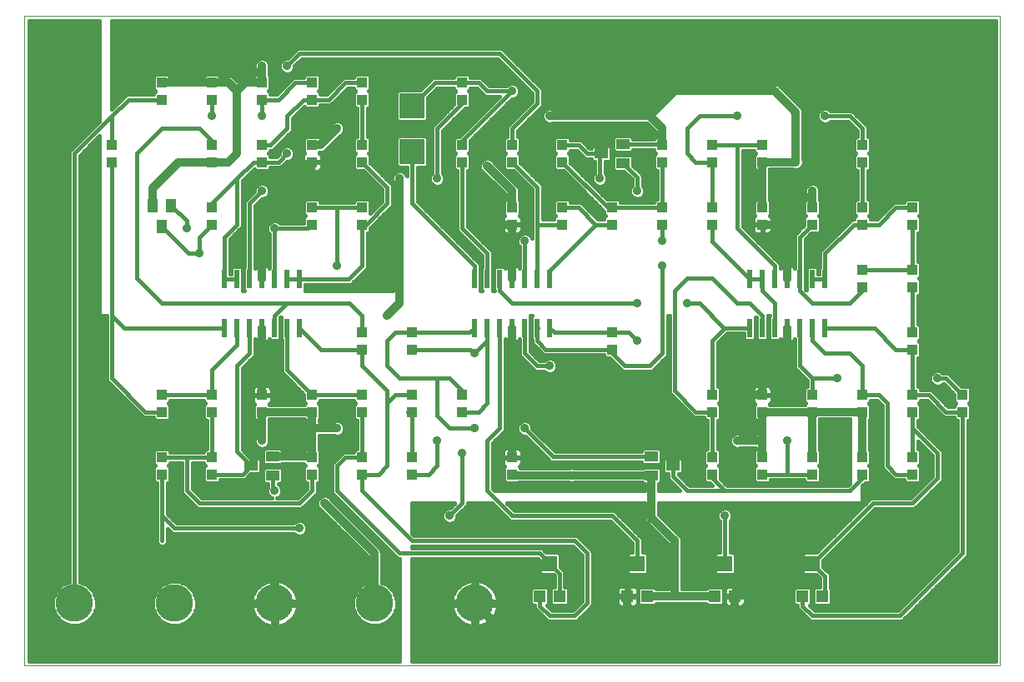
<source format=gtl>
G75*
%MOIN*%
%OFA0B0*%
%FSLAX24Y24*%
%IPPOS*%
%LPD*%
%AMOC8*
5,1,8,0,0,1.08239X$1,22.5*
%
%ADD10C,0.0000*%
%ADD11R,0.0220X0.0780*%
%ADD12R,0.0394X0.0433*%
%ADD13R,0.0591X0.0630*%
%ADD14R,0.0472X0.0472*%
%ADD15R,0.0551X0.0394*%
%ADD16R,0.1000X0.1000*%
%ADD17R,0.0394X0.0551*%
%ADD18C,0.1500*%
%ADD19C,0.0160*%
%ADD20C,0.0356*%
%ADD21C,0.0320*%
D10*
X000680Y000705D02*
X039680Y000705D01*
X039680Y026705D01*
X000680Y026705D01*
X000680Y026701D02*
X000680Y000705D01*
D11*
X008680Y014235D03*
X009180Y014235D03*
X009680Y014235D03*
X010180Y014235D03*
X010680Y014235D03*
X011180Y014235D03*
X011680Y014235D03*
X011680Y016175D03*
X011180Y016175D03*
X010680Y016175D03*
X010180Y016175D03*
X009680Y016175D03*
X009180Y016175D03*
X008680Y016175D03*
X018680Y016175D03*
X019180Y016175D03*
X019680Y016175D03*
X020180Y016175D03*
X020680Y016175D03*
X021180Y016175D03*
X021680Y016175D03*
X021680Y014235D03*
X021180Y014235D03*
X020680Y014235D03*
X020180Y014235D03*
X019680Y014235D03*
X019180Y014235D03*
X018680Y014235D03*
X029680Y014235D03*
X030180Y014235D03*
X030680Y014235D03*
X031180Y014235D03*
X031680Y014235D03*
X032180Y014235D03*
X032680Y014235D03*
X032680Y016175D03*
X032180Y016175D03*
X031680Y016175D03*
X031180Y016175D03*
X030680Y016175D03*
X030180Y016175D03*
X029680Y016175D03*
D12*
X030180Y018370D03*
X030180Y019040D03*
X028180Y019040D03*
X028180Y018370D03*
X026180Y018370D03*
X026180Y019040D03*
X024180Y019040D03*
X024180Y018370D03*
X022180Y018370D03*
X022180Y019040D03*
X020180Y019040D03*
X020180Y018370D03*
X020180Y020870D03*
X020180Y021540D03*
X022180Y021540D03*
X022180Y020870D03*
X018180Y020870D03*
X018180Y021540D03*
X018180Y023370D03*
X018180Y024040D03*
X014180Y024040D03*
X014180Y023370D03*
X012180Y023370D03*
X012180Y024040D03*
X010180Y024040D03*
X010180Y023370D03*
X008180Y023370D03*
X008180Y024040D03*
X006180Y024040D03*
X006180Y023370D03*
X004180Y021540D03*
X004180Y020870D03*
X008180Y020870D03*
X008180Y021540D03*
X010180Y021540D03*
X010180Y020870D03*
X012180Y020870D03*
X012180Y021540D03*
X014180Y021540D03*
X014180Y020870D03*
X014180Y019040D03*
X014180Y018370D03*
X012180Y018370D03*
X012180Y019040D03*
X008180Y019040D03*
X008180Y018370D03*
X014180Y014040D03*
X014180Y013370D03*
X016180Y013370D03*
X016180Y014040D03*
X016180Y011540D03*
X016180Y010870D03*
X014180Y010870D03*
X014180Y011540D03*
X012180Y011540D03*
X012180Y010870D03*
X010180Y010870D03*
X010180Y011540D03*
X008180Y011540D03*
X008180Y010870D03*
X006180Y010870D03*
X006180Y011540D03*
X006180Y009040D03*
X006180Y008370D03*
X008180Y008370D03*
X008180Y009040D03*
X012180Y009040D03*
X012180Y008370D03*
X014180Y008370D03*
X014180Y009040D03*
X016180Y009040D03*
X016180Y008370D03*
X020180Y008370D03*
X020180Y009040D03*
X018180Y010870D03*
X018180Y011540D03*
X024180Y013370D03*
X024180Y014040D03*
X028180Y011540D03*
X028180Y010870D03*
X030180Y010870D03*
X030180Y011540D03*
X032180Y011540D03*
X032180Y010870D03*
X034180Y010870D03*
X034180Y011540D03*
X036180Y011540D03*
X036180Y010870D03*
X038180Y010870D03*
X038180Y011540D03*
X036180Y013370D03*
X036180Y014040D03*
X036180Y015870D03*
X036180Y016540D03*
X034180Y016540D03*
X034180Y015870D03*
X034180Y018370D03*
X034180Y019040D03*
X032180Y019040D03*
X032180Y018370D03*
X036180Y018370D03*
X036180Y019040D03*
X034180Y020870D03*
X034180Y021540D03*
X030180Y021540D03*
X030180Y020870D03*
X028180Y020870D03*
X028180Y021540D03*
X026180Y021540D03*
X026180Y020870D03*
X028180Y009040D03*
X028180Y008370D03*
X030180Y008370D03*
X030180Y009040D03*
X032180Y009040D03*
X032180Y008370D03*
X034180Y008370D03*
X034180Y009040D03*
X036180Y009040D03*
X036180Y008370D03*
D13*
X032180Y004796D03*
X028680Y004796D03*
X025180Y004796D03*
X021680Y004796D03*
D14*
X021286Y003486D03*
X022074Y003486D03*
X024786Y003486D03*
X025574Y003486D03*
X028286Y003486D03*
X029074Y003486D03*
X031786Y003486D03*
X032574Y003486D03*
D15*
X025747Y008331D03*
X026613Y008705D03*
X025747Y009079D03*
X010613Y009079D03*
X009747Y008705D03*
X010613Y008331D03*
X024613Y020831D03*
X024613Y021579D03*
X023747Y021205D03*
D16*
X016180Y021280D03*
X016180Y023130D03*
D17*
X006554Y019138D03*
X005806Y019138D03*
X006180Y018272D03*
D18*
X006680Y003205D03*
X010680Y003205D03*
X014680Y003205D03*
X018680Y003205D03*
X002680Y003205D03*
D19*
X002680Y021205D01*
X004180Y022705D01*
X004180Y021540D01*
X003680Y021469D02*
X003241Y021469D01*
X003399Y021627D02*
X003680Y021627D01*
X003680Y021786D02*
X003558Y021786D01*
X003680Y021908D02*
X003680Y014705D01*
X003970Y014705D01*
X003970Y012118D01*
X005428Y010660D01*
X005853Y010660D01*
X005853Y010600D01*
X005929Y010524D01*
X006431Y010524D01*
X006507Y010600D01*
X006507Y011141D01*
X006443Y011205D01*
X006507Y011269D01*
X006507Y011330D01*
X007853Y011330D01*
X007853Y011269D01*
X007917Y011205D01*
X007853Y011141D01*
X007853Y010600D01*
X007929Y010524D01*
X007970Y010524D01*
X007970Y009386D01*
X007929Y009386D01*
X007853Y009310D01*
X007853Y009250D01*
X006507Y009250D01*
X006507Y009310D01*
X006431Y009386D01*
X005929Y009386D01*
X005853Y009310D01*
X005853Y008769D01*
X005917Y008705D01*
X005853Y008641D01*
X005853Y008100D01*
X005929Y008024D01*
X005970Y008024D01*
X005970Y005618D01*
X006093Y005495D01*
X006267Y005495D01*
X006390Y005618D01*
X006390Y006198D01*
X006593Y005995D01*
X011454Y005995D01*
X011505Y005944D01*
X011619Y005897D01*
X011741Y005897D01*
X011855Y005944D01*
X011941Y006030D01*
X011988Y006144D01*
X011988Y006266D01*
X011941Y006380D01*
X011855Y006466D01*
X011741Y006513D01*
X011619Y006513D01*
X011505Y006466D01*
X011454Y006415D01*
X006767Y006415D01*
X006390Y006792D01*
X006390Y008024D01*
X006431Y008024D01*
X006507Y008100D01*
X006507Y008641D01*
X006443Y008705D01*
X006507Y008769D01*
X006507Y008830D01*
X006970Y008830D01*
X006970Y007618D01*
X007470Y007118D01*
X007593Y006995D01*
X011767Y006995D01*
X012267Y007495D01*
X012390Y007618D01*
X012390Y008024D01*
X012431Y008024D01*
X012507Y008100D01*
X012507Y008641D01*
X012443Y008705D01*
X012507Y008769D01*
X012507Y009310D01*
X012470Y009347D01*
X012470Y009915D01*
X013075Y009915D01*
X013119Y009897D01*
X013241Y009897D01*
X013355Y009944D01*
X013441Y010030D01*
X013488Y010144D01*
X013488Y010266D01*
X013441Y010380D01*
X013355Y010466D01*
X013241Y010513D01*
X013119Y010513D01*
X013075Y010495D01*
X012470Y010495D01*
X012470Y010563D01*
X012507Y010600D01*
X012507Y011141D01*
X012443Y011205D01*
X012507Y011269D01*
X012507Y011330D01*
X013853Y011330D01*
X013853Y011269D01*
X013917Y011205D01*
X013853Y011141D01*
X013853Y010600D01*
X013929Y010524D01*
X013970Y010524D01*
X013970Y009386D01*
X013929Y009386D01*
X013853Y009310D01*
X013853Y009250D01*
X013428Y009250D01*
X013093Y008915D01*
X012970Y008792D01*
X012970Y007618D01*
X013093Y007495D01*
X013093Y007495D01*
X015470Y005118D01*
X015593Y004995D01*
X015680Y004995D01*
X015680Y000885D01*
X000860Y000885D01*
X000860Y026525D01*
X003680Y026525D01*
X003680Y022502D01*
X002470Y021292D01*
X002470Y004071D01*
X002182Y003951D01*
X001934Y003703D01*
X001800Y003380D01*
X001800Y003030D01*
X001934Y002707D01*
X002182Y002459D01*
X002505Y002325D01*
X002855Y002325D01*
X003178Y002459D01*
X003426Y002707D01*
X003560Y003030D01*
X003560Y003380D01*
X003426Y003703D01*
X003178Y003951D01*
X002890Y004071D01*
X002890Y021118D01*
X003680Y021908D01*
X003439Y022261D02*
X000860Y022261D01*
X000860Y022103D02*
X003281Y022103D01*
X003122Y021944D02*
X000860Y021944D01*
X000860Y021786D02*
X002964Y021786D01*
X002805Y021627D02*
X000860Y021627D01*
X000860Y021469D02*
X002647Y021469D01*
X002488Y021310D02*
X000860Y021310D01*
X000860Y021152D02*
X002470Y021152D01*
X002470Y020993D02*
X000860Y020993D01*
X000860Y020835D02*
X002470Y020835D01*
X002470Y020676D02*
X000860Y020676D01*
X000860Y020518D02*
X002470Y020518D01*
X002470Y020359D02*
X000860Y020359D01*
X000860Y020201D02*
X002470Y020201D01*
X002470Y020042D02*
X000860Y020042D01*
X000860Y019884D02*
X002470Y019884D01*
X002470Y019725D02*
X000860Y019725D01*
X000860Y019567D02*
X002470Y019567D01*
X002470Y019408D02*
X000860Y019408D01*
X000860Y019250D02*
X002470Y019250D01*
X002470Y019091D02*
X000860Y019091D01*
X000860Y018933D02*
X002470Y018933D01*
X002470Y018774D02*
X000860Y018774D01*
X000860Y018616D02*
X002470Y018616D01*
X002470Y018457D02*
X000860Y018457D01*
X000860Y018299D02*
X002470Y018299D01*
X002470Y018140D02*
X000860Y018140D01*
X000860Y017982D02*
X002470Y017982D01*
X002470Y017823D02*
X000860Y017823D01*
X000860Y017665D02*
X002470Y017665D01*
X002470Y017506D02*
X000860Y017506D01*
X000860Y017348D02*
X002470Y017348D01*
X002470Y017189D02*
X000860Y017189D01*
X000860Y017031D02*
X002470Y017031D01*
X002470Y016872D02*
X000860Y016872D01*
X000860Y016714D02*
X002470Y016714D01*
X002470Y016555D02*
X000860Y016555D01*
X000860Y016397D02*
X002470Y016397D01*
X002470Y016238D02*
X000860Y016238D01*
X000860Y016080D02*
X002470Y016080D01*
X002470Y015921D02*
X000860Y015921D01*
X000860Y015763D02*
X002470Y015763D01*
X002470Y015604D02*
X000860Y015604D01*
X000860Y015446D02*
X002470Y015446D01*
X002470Y015287D02*
X000860Y015287D01*
X000860Y015129D02*
X002470Y015129D01*
X002470Y014970D02*
X000860Y014970D01*
X000860Y014812D02*
X002470Y014812D01*
X002470Y014653D02*
X000860Y014653D01*
X000860Y014495D02*
X002470Y014495D01*
X002470Y014336D02*
X000860Y014336D01*
X000860Y014178D02*
X002470Y014178D01*
X002470Y014019D02*
X000860Y014019D01*
X000860Y013861D02*
X002470Y013861D01*
X002470Y013702D02*
X000860Y013702D01*
X000860Y013544D02*
X002470Y013544D01*
X002470Y013385D02*
X000860Y013385D01*
X000860Y013227D02*
X002470Y013227D01*
X002470Y013068D02*
X000860Y013068D01*
X000860Y012910D02*
X002470Y012910D01*
X002470Y012751D02*
X000860Y012751D01*
X000860Y012593D02*
X002470Y012593D01*
X002470Y012434D02*
X000860Y012434D01*
X000860Y012276D02*
X002470Y012276D01*
X002470Y012117D02*
X000860Y012117D01*
X000860Y011959D02*
X002470Y011959D01*
X002470Y011800D02*
X000860Y011800D01*
X000860Y011642D02*
X002470Y011642D01*
X002470Y011483D02*
X000860Y011483D01*
X000860Y011325D02*
X002470Y011325D01*
X002470Y011166D02*
X000860Y011166D01*
X000860Y011008D02*
X002470Y011008D01*
X002470Y010849D02*
X000860Y010849D01*
X000860Y010691D02*
X002470Y010691D01*
X002470Y010532D02*
X000860Y010532D01*
X000860Y010374D02*
X002470Y010374D01*
X002470Y010215D02*
X000860Y010215D01*
X000860Y010057D02*
X002470Y010057D01*
X002470Y009898D02*
X000860Y009898D01*
X000860Y009740D02*
X002470Y009740D01*
X002470Y009581D02*
X000860Y009581D01*
X000860Y009423D02*
X002470Y009423D01*
X002470Y009264D02*
X000860Y009264D01*
X000860Y009106D02*
X002470Y009106D01*
X002470Y008947D02*
X000860Y008947D01*
X000860Y008789D02*
X002470Y008789D01*
X002470Y008630D02*
X000860Y008630D01*
X000860Y008472D02*
X002470Y008472D01*
X002470Y008313D02*
X000860Y008313D01*
X000860Y008155D02*
X002470Y008155D01*
X002470Y007996D02*
X000860Y007996D01*
X000860Y007838D02*
X002470Y007838D01*
X002470Y007679D02*
X000860Y007679D01*
X000860Y007521D02*
X002470Y007521D01*
X002470Y007362D02*
X000860Y007362D01*
X000860Y007204D02*
X002470Y007204D01*
X002470Y007045D02*
X000860Y007045D01*
X000860Y006887D02*
X002470Y006887D01*
X002470Y006728D02*
X000860Y006728D01*
X000860Y006570D02*
X002470Y006570D01*
X002470Y006411D02*
X000860Y006411D01*
X000860Y006253D02*
X002470Y006253D01*
X002470Y006094D02*
X000860Y006094D01*
X000860Y005936D02*
X002470Y005936D01*
X002470Y005777D02*
X000860Y005777D01*
X000860Y005619D02*
X002470Y005619D01*
X002470Y005460D02*
X000860Y005460D01*
X000860Y005302D02*
X002470Y005302D01*
X002470Y005143D02*
X000860Y005143D01*
X000860Y004985D02*
X002470Y004985D01*
X002470Y004826D02*
X000860Y004826D01*
X000860Y004668D02*
X002470Y004668D01*
X002470Y004509D02*
X000860Y004509D01*
X000860Y004351D02*
X002470Y004351D01*
X002470Y004192D02*
X000860Y004192D01*
X000860Y004034D02*
X002381Y004034D01*
X002105Y003875D02*
X000860Y003875D01*
X000860Y003717D02*
X001947Y003717D01*
X001874Y003558D02*
X000860Y003558D01*
X000860Y003400D02*
X001808Y003400D01*
X001800Y003241D02*
X000860Y003241D01*
X000860Y003083D02*
X001800Y003083D01*
X001844Y002924D02*
X000860Y002924D01*
X000860Y002766D02*
X001910Y002766D01*
X002033Y002607D02*
X000860Y002607D01*
X000860Y002449D02*
X002207Y002449D01*
X003153Y002449D02*
X006207Y002449D01*
X006182Y002459D02*
X006505Y002325D01*
X006855Y002325D01*
X007178Y002459D01*
X007426Y002707D01*
X007560Y003030D01*
X007560Y003380D01*
X007426Y003703D01*
X007178Y003951D01*
X006855Y004085D01*
X006505Y004085D01*
X006182Y003951D01*
X005934Y003703D01*
X005800Y003380D01*
X005800Y003030D01*
X005934Y002707D01*
X006182Y002459D01*
X006033Y002607D02*
X003327Y002607D01*
X003450Y002766D02*
X005910Y002766D01*
X005844Y002924D02*
X003516Y002924D01*
X003560Y003083D02*
X005800Y003083D01*
X005800Y003241D02*
X003560Y003241D01*
X003552Y003400D02*
X005808Y003400D01*
X005874Y003558D02*
X003486Y003558D01*
X003413Y003717D02*
X005947Y003717D01*
X006105Y003875D02*
X003255Y003875D01*
X002979Y004034D02*
X006381Y004034D01*
X006979Y004034D02*
X010257Y004034D01*
X010229Y004020D02*
X010141Y003965D01*
X010059Y003900D01*
X009985Y003826D01*
X009920Y003744D01*
X009865Y003656D01*
X009819Y003561D01*
X009785Y003463D01*
X009762Y003361D01*
X009753Y003285D01*
X010600Y003285D01*
X010600Y004132D01*
X010524Y004123D01*
X010422Y004100D01*
X010324Y004066D01*
X010229Y004020D01*
X010035Y003875D02*
X007255Y003875D01*
X007413Y003717D02*
X009903Y003717D01*
X009818Y003558D02*
X007486Y003558D01*
X007552Y003400D02*
X009770Y003400D01*
X009753Y003125D02*
X009762Y003049D01*
X009785Y002947D01*
X009819Y002849D01*
X009865Y002754D01*
X009920Y002666D01*
X009985Y002584D01*
X010059Y002510D01*
X010141Y002445D01*
X010229Y002390D01*
X010324Y002344D01*
X010422Y002310D01*
X010524Y002287D01*
X010600Y002278D01*
X010600Y003125D01*
X010760Y003125D01*
X010760Y003285D01*
X011607Y003285D01*
X011598Y003361D01*
X011575Y003463D01*
X011541Y003561D01*
X011495Y003656D01*
X011440Y003744D01*
X011375Y003826D01*
X011301Y003900D01*
X011219Y003965D01*
X011131Y004020D01*
X011036Y004066D01*
X010938Y004100D01*
X010836Y004123D01*
X010760Y004132D01*
X010760Y003285D01*
X010600Y003285D01*
X010600Y003125D01*
X009753Y003125D01*
X009758Y003083D02*
X007560Y003083D01*
X007560Y003241D02*
X010600Y003241D01*
X010600Y003083D02*
X010760Y003083D01*
X010760Y003125D02*
X010760Y002278D01*
X010836Y002287D01*
X010938Y002310D01*
X011036Y002344D01*
X011131Y002390D01*
X011219Y002445D01*
X011301Y002510D01*
X011375Y002584D01*
X011440Y002666D01*
X011495Y002754D01*
X011541Y002849D01*
X011575Y002947D01*
X011598Y003049D01*
X011607Y003125D01*
X010760Y003125D01*
X010760Y003241D02*
X013800Y003241D01*
X013800Y003380D02*
X013800Y003030D01*
X013934Y002707D01*
X014182Y002459D01*
X014505Y002325D01*
X014855Y002325D01*
X015178Y002459D01*
X015426Y002707D01*
X015560Y003030D01*
X015560Y003380D01*
X015426Y003703D01*
X015178Y003951D01*
X014970Y004037D01*
X014970Y005263D01*
X014926Y005369D01*
X012959Y007336D01*
X012941Y007380D01*
X012855Y007466D01*
X012741Y007513D01*
X012619Y007513D01*
X012505Y007466D01*
X012419Y007380D01*
X012372Y007266D01*
X012372Y007144D01*
X012419Y007030D01*
X012505Y006944D01*
X012549Y006926D01*
X014390Y005085D01*
X014390Y004037D01*
X014182Y003951D01*
X013934Y003703D01*
X013800Y003380D01*
X013808Y003400D02*
X011590Y003400D01*
X011542Y003558D02*
X013874Y003558D01*
X013947Y003717D02*
X011457Y003717D01*
X011325Y003875D02*
X014105Y003875D01*
X014381Y004034D02*
X011103Y004034D01*
X010760Y004034D02*
X010600Y004034D01*
X010600Y003875D02*
X010760Y003875D01*
X010760Y003717D02*
X010600Y003717D01*
X010600Y003558D02*
X010760Y003558D01*
X010760Y003400D02*
X010600Y003400D01*
X010600Y002924D02*
X010760Y002924D01*
X010760Y002766D02*
X010600Y002766D01*
X010600Y002607D02*
X010760Y002607D01*
X010760Y002449D02*
X010600Y002449D01*
X010600Y002290D02*
X010760Y002290D01*
X010851Y002290D02*
X015680Y002290D01*
X015680Y002132D02*
X000860Y002132D01*
X000860Y002290D02*
X010509Y002290D01*
X010137Y002449D02*
X007153Y002449D01*
X007327Y002607D02*
X009967Y002607D01*
X009859Y002766D02*
X007450Y002766D01*
X007516Y002924D02*
X009793Y002924D01*
X011223Y002449D02*
X014207Y002449D01*
X014033Y002607D02*
X011393Y002607D01*
X011501Y002766D02*
X013910Y002766D01*
X013844Y002924D02*
X011567Y002924D01*
X011602Y003083D02*
X013800Y003083D01*
X015153Y002449D02*
X015680Y002449D01*
X015680Y002607D02*
X015327Y002607D01*
X015450Y002766D02*
X015680Y002766D01*
X015680Y002924D02*
X015516Y002924D01*
X015560Y003083D02*
X015680Y003083D01*
X015680Y003241D02*
X015560Y003241D01*
X015552Y003400D02*
X015680Y003400D01*
X015680Y003558D02*
X015486Y003558D01*
X015413Y003717D02*
X015680Y003717D01*
X015680Y003875D02*
X015255Y003875D01*
X014979Y004034D02*
X015680Y004034D01*
X015680Y004192D02*
X014970Y004192D01*
X014970Y004351D02*
X015680Y004351D01*
X015680Y004509D02*
X014970Y004509D01*
X014970Y004668D02*
X015680Y004668D01*
X015680Y004826D02*
X014970Y004826D01*
X014970Y004985D02*
X015680Y004985D01*
X015680Y005205D02*
X021271Y005205D01*
X021680Y004796D01*
X022074Y004402D01*
X022074Y003486D01*
X022440Y003558D02*
X022970Y003558D01*
X022970Y003400D02*
X022440Y003400D01*
X022440Y003241D02*
X022919Y003241D01*
X022970Y003292D02*
X022593Y002915D01*
X021767Y002915D01*
X021562Y003120D01*
X021576Y003120D01*
X021653Y003196D01*
X021653Y003777D01*
X021576Y003853D01*
X020996Y003853D01*
X020920Y003777D01*
X020920Y003196D01*
X020996Y003120D01*
X021076Y003120D01*
X021076Y003012D01*
X021470Y002618D01*
X021593Y002495D01*
X022767Y002495D01*
X023267Y002995D01*
X023390Y003118D01*
X023390Y005292D01*
X022890Y005792D01*
X022767Y005915D01*
X016267Y005915D01*
X016180Y006002D01*
X016180Y007205D01*
X017883Y007205D01*
X017691Y007013D01*
X017619Y007013D01*
X017505Y006966D01*
X017419Y006880D01*
X017372Y006766D01*
X017372Y006644D01*
X017419Y006530D01*
X017505Y006444D01*
X017619Y006397D01*
X017741Y006397D01*
X017855Y006444D01*
X017941Y006530D01*
X017988Y006644D01*
X017988Y006716D01*
X018390Y007118D01*
X018390Y007205D01*
X019383Y007205D01*
X019970Y006618D01*
X020093Y006495D01*
X024093Y006495D01*
X024970Y005618D01*
X024970Y005241D01*
X024831Y005241D01*
X024755Y005164D01*
X024755Y004427D01*
X024831Y004351D01*
X025529Y004351D01*
X025605Y004427D01*
X025605Y005164D01*
X025529Y005241D01*
X025390Y005241D01*
X025390Y005792D01*
X025267Y005915D01*
X024267Y006915D01*
X020267Y006915D01*
X019977Y007205D01*
X025457Y007205D01*
X025457Y006580D01*
X025501Y006474D01*
X026390Y005585D01*
X026390Y003776D01*
X025940Y003776D01*
X025940Y003777D01*
X025864Y003853D01*
X025284Y003853D01*
X025207Y003777D01*
X025207Y003196D01*
X025284Y003120D01*
X025864Y003120D01*
X025940Y003196D01*
X025940Y003196D01*
X027920Y003196D01*
X027996Y003120D01*
X028576Y003120D01*
X028653Y003196D01*
X028653Y003777D01*
X028576Y003853D01*
X027996Y003853D01*
X027920Y003777D01*
X027920Y003776D01*
X026970Y003776D01*
X026970Y005763D01*
X026926Y005869D01*
X026844Y005951D01*
X026037Y006758D01*
X026037Y007205D01*
X034180Y007205D01*
X034180Y007908D01*
X034296Y008024D01*
X034431Y008024D01*
X034507Y008100D01*
X034507Y008641D01*
X034443Y008705D01*
X034507Y008769D01*
X034507Y009310D01*
X034470Y009347D01*
X034470Y010563D01*
X034507Y010600D01*
X034507Y011141D01*
X034443Y011205D01*
X034507Y011269D01*
X034507Y011330D01*
X034758Y011330D01*
X034970Y011118D01*
X034970Y008618D01*
X035093Y008495D01*
X035428Y008160D01*
X035853Y008160D01*
X035853Y008100D01*
X035929Y008024D01*
X036431Y008024D01*
X036507Y008100D01*
X036507Y008641D01*
X036443Y008705D01*
X036507Y008769D01*
X036507Y009310D01*
X036431Y009386D01*
X036390Y009386D01*
X036390Y009698D01*
X036970Y009118D01*
X036970Y008292D01*
X036093Y007415D01*
X034502Y007415D01*
X034379Y007292D01*
X032328Y005241D01*
X031831Y005241D01*
X031755Y005164D01*
X031755Y004427D01*
X031831Y004351D01*
X032328Y004351D01*
X032470Y004209D01*
X032470Y003853D01*
X032284Y003853D01*
X032207Y003777D01*
X032207Y003196D01*
X032284Y003120D01*
X032864Y003120D01*
X032940Y003196D01*
X032940Y003777D01*
X032890Y003826D01*
X032890Y004383D01*
X032605Y004667D01*
X032605Y004924D01*
X034676Y006995D01*
X036267Y006995D01*
X037267Y007995D01*
X037390Y008118D01*
X037390Y009292D01*
X036390Y010292D01*
X036390Y010524D01*
X036431Y010524D01*
X036507Y010600D01*
X036507Y011141D01*
X036443Y011205D01*
X036507Y011269D01*
X036507Y011330D01*
X036758Y011330D01*
X037428Y010660D01*
X037853Y010660D01*
X037853Y010600D01*
X037929Y010524D01*
X037970Y010524D01*
X037970Y005292D01*
X035593Y002915D01*
X032267Y002915D01*
X032062Y003120D01*
X032076Y003120D01*
X032153Y003196D01*
X032153Y003777D01*
X032076Y003853D01*
X031496Y003853D01*
X031420Y003777D01*
X031420Y003196D01*
X031496Y003120D01*
X031576Y003120D01*
X031576Y003012D01*
X032093Y002495D01*
X035767Y002495D01*
X038267Y004995D01*
X038390Y005118D01*
X038390Y010524D01*
X038431Y010524D01*
X038507Y010600D01*
X038507Y011141D01*
X038443Y011205D01*
X038507Y011269D01*
X038507Y011810D01*
X038431Y011886D01*
X038130Y011886D01*
X037725Y012292D01*
X037602Y012415D01*
X037406Y012415D01*
X037355Y012466D01*
X037241Y012513D01*
X037119Y012513D01*
X037005Y012466D01*
X036919Y012380D01*
X036872Y012266D01*
X036872Y012144D01*
X036919Y012030D01*
X037005Y011944D01*
X037119Y011897D01*
X037241Y011897D01*
X037355Y011944D01*
X037406Y011995D01*
X037428Y011995D01*
X037853Y011570D01*
X037853Y011269D01*
X037917Y011205D01*
X037853Y011141D01*
X037853Y011080D01*
X037602Y011080D01*
X036932Y011750D01*
X036507Y011750D01*
X036507Y011810D01*
X036431Y011886D01*
X036390Y011886D01*
X036390Y013024D01*
X036431Y013024D01*
X036507Y013100D01*
X036507Y013641D01*
X036443Y013705D01*
X036507Y013769D01*
X036507Y014310D01*
X036431Y014386D01*
X036390Y014386D01*
X036390Y015524D01*
X036431Y015524D01*
X036507Y015600D01*
X036507Y016141D01*
X036443Y016205D01*
X036507Y016269D01*
X036507Y016810D01*
X036431Y016886D01*
X036390Y016886D01*
X036390Y018024D01*
X036431Y018024D01*
X036507Y018100D01*
X036507Y018641D01*
X036443Y018705D01*
X036507Y018769D01*
X036507Y019310D01*
X036431Y019386D01*
X035929Y019386D01*
X035853Y019310D01*
X035853Y019250D01*
X035428Y019250D01*
X034758Y018580D01*
X034507Y018580D01*
X034507Y018641D01*
X034443Y018705D01*
X034507Y018769D01*
X034507Y019310D01*
X034431Y019386D01*
X034390Y019386D01*
X034390Y020524D01*
X034431Y020524D01*
X034507Y020600D01*
X034507Y021141D01*
X034443Y021205D01*
X034507Y021269D01*
X034507Y021810D01*
X034431Y021886D01*
X034390Y021886D01*
X034390Y022292D01*
X033767Y022915D01*
X032906Y022915D01*
X032855Y022966D01*
X032741Y023013D01*
X032619Y023013D01*
X032505Y022966D01*
X032419Y022880D01*
X032372Y022766D01*
X032372Y022644D01*
X032419Y022530D01*
X032505Y022444D01*
X032619Y022397D01*
X032741Y022397D01*
X032855Y022444D01*
X032906Y022495D01*
X033593Y022495D01*
X033970Y022118D01*
X033970Y021886D01*
X033929Y021886D01*
X033853Y021810D01*
X033853Y021269D01*
X033917Y021205D01*
X033853Y021141D01*
X033853Y020600D01*
X033929Y020524D01*
X033970Y020524D01*
X033970Y019386D01*
X033929Y019386D01*
X033853Y019310D01*
X033853Y018769D01*
X033917Y018705D01*
X033853Y018641D01*
X033853Y018580D01*
X033758Y018580D01*
X032593Y017415D01*
X032470Y017292D01*
X032470Y016649D01*
X032440Y016619D01*
X032440Y016385D01*
X032420Y016385D01*
X032420Y016619D01*
X032344Y016695D01*
X032016Y016695D01*
X031940Y016619D01*
X031940Y015742D01*
X031920Y015762D01*
X031920Y016619D01*
X031890Y016649D01*
X031890Y017783D01*
X032130Y018024D01*
X032431Y018024D01*
X032507Y018100D01*
X032507Y018641D01*
X032443Y018705D01*
X032507Y018769D01*
X032507Y019310D01*
X032470Y019347D01*
X032470Y019600D01*
X032488Y019644D01*
X032488Y019766D01*
X032441Y019880D01*
X032355Y019966D01*
X032241Y020013D01*
X032119Y020013D01*
X032005Y019966D01*
X031919Y019880D01*
X031872Y019766D01*
X031872Y019644D01*
X031890Y019600D01*
X031890Y019347D01*
X031853Y019310D01*
X031853Y018769D01*
X031917Y018705D01*
X031853Y018641D01*
X031853Y018340D01*
X031470Y017957D01*
X031470Y016649D01*
X031457Y016636D01*
X031434Y016676D01*
X031401Y016709D01*
X031359Y016733D01*
X031314Y016745D01*
X031180Y016745D01*
X031180Y016175D01*
X031180Y016175D01*
X031180Y016745D01*
X031046Y016745D01*
X031001Y016733D01*
X030959Y016709D01*
X030926Y016676D01*
X030903Y016636D01*
X030890Y016649D01*
X030890Y016792D01*
X029390Y018292D01*
X029390Y021330D01*
X029853Y021330D01*
X029853Y021269D01*
X029917Y021205D01*
X029853Y021141D01*
X029853Y020600D01*
X029890Y020563D01*
X029890Y019347D01*
X029853Y019310D01*
X029853Y018769D01*
X029885Y018738D01*
X029873Y018731D01*
X029839Y018697D01*
X029815Y018656D01*
X029803Y018611D01*
X029803Y018389D01*
X030162Y018389D01*
X030162Y018352D01*
X030198Y018352D01*
X030198Y017974D01*
X030401Y017974D01*
X030446Y017986D01*
X030487Y018010D01*
X030521Y018043D01*
X030545Y018084D01*
X030557Y018130D01*
X030557Y018352D01*
X030198Y018352D01*
X030198Y018389D01*
X030557Y018389D01*
X030557Y018611D01*
X030545Y018656D01*
X030521Y018697D01*
X030487Y018731D01*
X030475Y018738D01*
X030507Y018769D01*
X030507Y019310D01*
X030470Y019347D01*
X030470Y020563D01*
X030487Y020580D01*
X031410Y020580D01*
X031453Y020562D01*
X031576Y020562D01*
X031689Y020609D01*
X031776Y020696D01*
X031823Y020809D01*
X031823Y020932D01*
X031805Y020975D01*
X031805Y022928D01*
X031760Y023035D01*
X030926Y023869D01*
X030844Y023951D01*
X030738Y023995D01*
X026622Y023995D01*
X026516Y023951D01*
X025560Y022995D01*
X021785Y022995D01*
X021741Y023013D01*
X021619Y023013D01*
X021505Y022966D01*
X021419Y022880D01*
X021372Y022766D01*
X021372Y022644D01*
X021419Y022530D01*
X021505Y022444D01*
X021619Y022397D01*
X021741Y022397D01*
X021785Y022415D01*
X025560Y022415D01*
X025890Y022085D01*
X025890Y021847D01*
X025853Y021810D01*
X025853Y021789D01*
X025019Y021789D01*
X025019Y021830D01*
X024943Y021906D01*
X024284Y021906D01*
X024207Y021830D01*
X024207Y021328D01*
X024284Y021252D01*
X024943Y021252D01*
X025019Y021328D01*
X025019Y021369D01*
X025853Y021369D01*
X025853Y021269D01*
X025917Y021205D01*
X025853Y021141D01*
X025853Y020600D01*
X025929Y020524D01*
X025970Y020524D01*
X025970Y019386D01*
X025929Y019386D01*
X025853Y019310D01*
X025853Y019250D01*
X024507Y019250D01*
X024507Y019310D01*
X024431Y019386D01*
X023961Y019386D01*
X022507Y020840D01*
X022507Y021141D01*
X022443Y021205D01*
X022507Y021269D01*
X022507Y021330D01*
X022758Y021330D01*
X023093Y020995D01*
X023341Y020995D01*
X023341Y020954D01*
X023417Y020878D01*
X023470Y020878D01*
X023470Y020431D01*
X023419Y020380D01*
X023372Y020266D01*
X023372Y020144D01*
X023419Y020030D01*
X023505Y019944D01*
X023619Y019897D01*
X023741Y019897D01*
X023855Y019944D01*
X023941Y020030D01*
X023988Y020144D01*
X023988Y020266D01*
X023941Y020380D01*
X023890Y020431D01*
X023890Y020878D01*
X024076Y020878D01*
X024153Y020954D01*
X024153Y021456D01*
X024076Y021532D01*
X023417Y021532D01*
X023341Y021456D01*
X023341Y021415D01*
X023267Y021415D01*
X022932Y021750D01*
X022507Y021750D01*
X022507Y021810D01*
X022431Y021886D01*
X021929Y021886D01*
X021853Y021810D01*
X021853Y021269D01*
X021917Y021205D01*
X021853Y021141D01*
X021853Y020600D01*
X021929Y020524D01*
X022230Y020524D01*
X023853Y018900D01*
X023853Y018769D01*
X023917Y018705D01*
X023853Y018641D01*
X023853Y018580D01*
X023602Y018580D01*
X022932Y019250D01*
X022507Y019250D01*
X022507Y019310D01*
X022431Y019386D01*
X021929Y019386D01*
X021853Y019310D01*
X021853Y018769D01*
X021917Y018705D01*
X021853Y018641D01*
X021853Y018580D01*
X021390Y018580D01*
X021390Y019957D01*
X020507Y020840D01*
X020507Y021141D01*
X020443Y021205D01*
X020507Y021269D01*
X020507Y021810D01*
X020431Y021886D01*
X020390Y021886D01*
X020390Y022118D01*
X021267Y022995D01*
X021390Y023118D01*
X021390Y023792D01*
X021267Y023915D01*
X019767Y025415D01*
X011593Y025415D01*
X011470Y025292D01*
X011191Y025013D01*
X011119Y025013D01*
X011005Y024966D01*
X010919Y024880D01*
X010872Y024766D01*
X010872Y024644D01*
X010919Y024530D01*
X011005Y024444D01*
X011119Y024397D01*
X011241Y024397D01*
X011355Y024444D01*
X011441Y024530D01*
X011488Y024644D01*
X011488Y024716D01*
X011767Y024995D01*
X019593Y024995D01*
X020970Y023618D01*
X020970Y023292D01*
X019970Y022292D01*
X019970Y021886D01*
X019929Y021886D01*
X019853Y021810D01*
X019853Y021269D01*
X019917Y021205D01*
X019853Y021141D01*
X019853Y020600D01*
X019929Y020524D01*
X020230Y020524D01*
X020970Y019783D01*
X020970Y017810D01*
X020941Y017880D01*
X020855Y017966D01*
X020741Y018013D01*
X020619Y018013D01*
X020505Y017966D01*
X020419Y017880D01*
X020372Y017766D01*
X020372Y017644D01*
X020419Y017530D01*
X020470Y017479D01*
X020470Y016649D01*
X020457Y016636D01*
X020434Y016676D01*
X020401Y016709D01*
X020359Y016733D01*
X020314Y016745D01*
X020180Y016745D01*
X020180Y016175D01*
X020180Y016175D01*
X020180Y016745D01*
X020046Y016745D01*
X020001Y016733D01*
X019959Y016709D01*
X019926Y016676D01*
X019903Y016636D01*
X019844Y016695D01*
X019516Y016695D01*
X019440Y016619D01*
X019440Y015731D01*
X019466Y015705D01*
X019394Y015705D01*
X019420Y015731D01*
X019420Y016619D01*
X019390Y016649D01*
X019390Y017292D01*
X019267Y017415D01*
X018390Y018292D01*
X018390Y020524D01*
X018431Y020524D01*
X018507Y020600D01*
X018507Y021141D01*
X018443Y021205D01*
X018507Y021269D01*
X018507Y021735D01*
X020169Y023397D01*
X020241Y023397D01*
X020355Y023444D01*
X020441Y023530D01*
X020488Y023644D01*
X020488Y023766D01*
X020441Y023880D01*
X020355Y023966D01*
X020241Y024013D01*
X020119Y024013D01*
X020005Y023966D01*
X019954Y023915D01*
X019267Y023915D01*
X018932Y024250D01*
X018507Y024250D01*
X018507Y024310D01*
X018431Y024386D01*
X017929Y024386D01*
X017853Y024310D01*
X017853Y024250D01*
X017003Y024250D01*
X016513Y023760D01*
X015626Y023760D01*
X015550Y023684D01*
X015550Y022576D01*
X015626Y022500D01*
X016734Y022500D01*
X016810Y022576D01*
X016810Y023463D01*
X017177Y023830D01*
X017853Y023830D01*
X017853Y023769D01*
X017917Y023705D01*
X017853Y023641D01*
X017853Y023175D01*
X017093Y022415D01*
X016970Y022292D01*
X016970Y020431D01*
X016919Y020380D01*
X016872Y020266D01*
X016872Y020144D01*
X016919Y020030D01*
X017005Y019944D01*
X017119Y019897D01*
X017241Y019897D01*
X017355Y019944D01*
X017441Y020030D01*
X017488Y020144D01*
X017488Y020266D01*
X017441Y020380D01*
X017390Y020431D01*
X017390Y022118D01*
X018296Y023024D01*
X018431Y023024D01*
X018507Y023100D01*
X018507Y023641D01*
X018443Y023705D01*
X018507Y023769D01*
X018507Y023830D01*
X018758Y023830D01*
X019093Y023495D01*
X019673Y023495D01*
X018064Y021886D01*
X017929Y021886D01*
X017853Y021810D01*
X017853Y021269D01*
X017917Y021205D01*
X017853Y021141D01*
X017853Y020600D01*
X017929Y020524D01*
X017970Y020524D01*
X017970Y018118D01*
X018970Y017118D01*
X018970Y016649D01*
X018940Y016619D01*
X018940Y015731D01*
X018966Y015705D01*
X018894Y015705D01*
X018920Y015731D01*
X018920Y016619D01*
X018890Y016649D01*
X018890Y016792D01*
X016390Y019292D01*
X016390Y020650D01*
X016734Y020650D01*
X016810Y020726D01*
X016810Y021834D01*
X016734Y021910D01*
X015626Y021910D01*
X015550Y021834D01*
X015550Y020726D01*
X015626Y020650D01*
X015970Y020650D01*
X015970Y020310D01*
X015941Y020380D01*
X015855Y020466D01*
X015741Y020513D01*
X015619Y020513D01*
X015505Y020466D01*
X015419Y020380D01*
X015372Y020266D01*
X015372Y020144D01*
X015390Y020100D01*
X015390Y015705D01*
X011894Y015705D01*
X011920Y015731D01*
X011920Y015965D01*
X013737Y015965D01*
X014267Y016495D01*
X014390Y016618D01*
X014390Y018024D01*
X014431Y018024D01*
X014507Y018100D01*
X014507Y018235D01*
X015267Y018995D01*
X015390Y019118D01*
X015390Y019957D01*
X014507Y020840D01*
X014507Y021141D01*
X014443Y021205D01*
X014507Y021269D01*
X014507Y021810D01*
X014431Y021886D01*
X014390Y021886D01*
X014390Y023024D01*
X014431Y023024D01*
X014507Y023100D01*
X014507Y023641D01*
X014443Y023705D01*
X014507Y023769D01*
X014507Y024310D01*
X014431Y024386D01*
X013929Y024386D01*
X013853Y024310D01*
X013853Y024250D01*
X013428Y024250D01*
X012758Y023580D01*
X012507Y023580D01*
X012507Y023641D01*
X012443Y023705D01*
X012507Y023769D01*
X012507Y024310D01*
X012431Y024386D01*
X011929Y024386D01*
X011853Y024310D01*
X011853Y024250D01*
X011428Y024250D01*
X010758Y023580D01*
X010507Y023580D01*
X010507Y023641D01*
X010443Y023705D01*
X010507Y023769D01*
X010507Y024310D01*
X010470Y024347D01*
X010470Y024600D01*
X010488Y024644D01*
X010488Y024766D01*
X010441Y024880D01*
X010355Y024966D01*
X010241Y025013D01*
X010119Y025013D01*
X010005Y024966D01*
X009919Y024880D01*
X009872Y024766D01*
X009872Y024644D01*
X009890Y024600D01*
X009890Y024347D01*
X009873Y024330D01*
X009457Y024330D01*
X009350Y024285D01*
X009180Y024115D01*
X009010Y024285D01*
X008903Y024330D01*
X008487Y024330D01*
X008431Y024386D01*
X007929Y024386D01*
X007873Y024330D01*
X006487Y024330D01*
X006431Y024386D01*
X005929Y024386D01*
X005853Y024310D01*
X005853Y023769D01*
X005917Y023705D01*
X005853Y023641D01*
X005853Y023580D01*
X004758Y023580D01*
X004180Y023002D01*
X004180Y026525D01*
X039500Y026525D01*
X039500Y000885D01*
X016180Y000885D01*
X016180Y004995D01*
X021184Y004995D01*
X021255Y004924D01*
X021255Y004427D01*
X021331Y004351D01*
X021828Y004351D01*
X021864Y004315D01*
X021864Y003853D01*
X021784Y003853D01*
X021707Y003777D01*
X021707Y003196D01*
X021784Y003120D01*
X022364Y003120D01*
X022440Y003196D01*
X022440Y003777D01*
X022364Y003853D01*
X022284Y003853D01*
X022284Y004489D01*
X022105Y004667D01*
X022105Y005164D01*
X022029Y005241D01*
X021532Y005241D01*
X021358Y005415D01*
X016180Y005415D01*
X016180Y005495D01*
X022593Y005495D01*
X022970Y005118D01*
X022970Y003292D01*
X023180Y003205D02*
X023180Y005205D01*
X022680Y005705D01*
X016180Y005705D01*
X014180Y007705D01*
X014180Y008370D01*
X014845Y008370D01*
X015180Y008705D01*
X015180Y011205D01*
X015180Y011705D01*
X014180Y012705D01*
X014180Y013370D01*
X012545Y013370D01*
X011680Y014235D01*
X011180Y014235D02*
X011180Y012540D01*
X012180Y011540D01*
X014180Y011540D01*
X013853Y011325D02*
X012507Y011325D01*
X012482Y011166D02*
X013878Y011166D01*
X013853Y011008D02*
X012507Y011008D01*
X012507Y010849D02*
X013853Y010849D01*
X013853Y010691D02*
X012507Y010691D01*
X012470Y010532D02*
X013921Y010532D01*
X013970Y010374D02*
X013444Y010374D01*
X013488Y010215D02*
X013970Y010215D01*
X013970Y010057D02*
X013452Y010057D01*
X013244Y009898D02*
X013970Y009898D01*
X013970Y009740D02*
X012470Y009740D01*
X012470Y009898D02*
X013116Y009898D01*
X012470Y009581D02*
X013970Y009581D01*
X013970Y009423D02*
X012470Y009423D01*
X012507Y009264D02*
X013853Y009264D01*
X014180Y009040D02*
X013515Y009040D01*
X013180Y008705D01*
X013180Y007705D01*
X015680Y005205D01*
X015470Y005118D02*
X015470Y005118D01*
X015445Y005143D02*
X014970Y005143D01*
X014954Y005302D02*
X015287Y005302D01*
X015128Y005460D02*
X014835Y005460D01*
X014970Y005619D02*
X014677Y005619D01*
X014811Y005777D02*
X014518Y005777D01*
X014653Y005936D02*
X014360Y005936D01*
X014494Y006094D02*
X014201Y006094D01*
X014336Y006253D02*
X014043Y006253D01*
X014177Y006411D02*
X013884Y006411D01*
X014019Y006570D02*
X013726Y006570D01*
X013860Y006728D02*
X013567Y006728D01*
X013702Y006887D02*
X013409Y006887D01*
X013543Y007045D02*
X013250Y007045D01*
X013385Y007204D02*
X013092Y007204D01*
X013226Y007362D02*
X012948Y007362D01*
X013068Y007521D02*
X012292Y007521D01*
X012390Y007679D02*
X012970Y007679D01*
X012970Y007838D02*
X012390Y007838D01*
X012390Y007996D02*
X012970Y007996D01*
X012970Y008155D02*
X012507Y008155D01*
X012507Y008313D02*
X012970Y008313D01*
X012970Y008472D02*
X012507Y008472D01*
X012507Y008630D02*
X012970Y008630D01*
X012970Y008789D02*
X012507Y008789D01*
X012507Y008947D02*
X013125Y008947D01*
X013284Y009106D02*
X012507Y009106D01*
X012180Y009040D02*
X012141Y009079D01*
X011890Y009369D02*
X010979Y009369D01*
X010943Y009406D01*
X010284Y009406D01*
X010207Y009330D01*
X010207Y008828D01*
X010284Y008752D01*
X010943Y008752D01*
X010979Y008789D01*
X011853Y008789D01*
X011853Y008769D01*
X011917Y008705D01*
X011853Y008641D01*
X011853Y008100D01*
X011929Y008024D01*
X011970Y008024D01*
X011970Y007792D01*
X011593Y007415D01*
X010785Y007415D01*
X010855Y007444D01*
X010941Y007530D01*
X010988Y007644D01*
X010988Y007766D01*
X010941Y007880D01*
X010855Y007966D01*
X010823Y007979D01*
X010823Y008004D01*
X010943Y008004D01*
X011019Y008080D01*
X011019Y008582D01*
X010943Y008658D01*
X010284Y008658D01*
X010207Y008582D01*
X010207Y008080D01*
X010284Y008004D01*
X010403Y008004D01*
X010403Y007842D01*
X010372Y007766D01*
X010372Y007644D01*
X010419Y007530D01*
X010505Y007444D01*
X010575Y007415D01*
X007767Y007415D01*
X007390Y007792D01*
X007390Y008830D01*
X007853Y008830D01*
X007853Y008769D01*
X007917Y008705D01*
X007853Y008641D01*
X007853Y008100D01*
X007929Y008024D01*
X008431Y008024D01*
X008507Y008100D01*
X008507Y008160D01*
X009499Y008160D01*
X009717Y008378D01*
X010076Y008378D01*
X010153Y008454D01*
X010153Y008956D01*
X010076Y009032D01*
X009717Y009032D01*
X009390Y009359D01*
X009390Y012618D01*
X009890Y013118D01*
X009890Y013761D01*
X009903Y013774D01*
X009926Y013734D01*
X009959Y013701D01*
X010001Y013677D01*
X010046Y013665D01*
X010180Y013665D01*
X010314Y013665D01*
X010359Y013677D01*
X010401Y013701D01*
X010434Y013734D01*
X010457Y013774D01*
X010516Y013715D01*
X010844Y013715D01*
X010920Y013791D01*
X010920Y014648D01*
X010940Y014668D01*
X010940Y013791D01*
X010970Y013761D01*
X010970Y012453D01*
X011853Y011570D01*
X011853Y011269D01*
X011917Y011205D01*
X011873Y011160D01*
X010487Y011160D01*
X010475Y011172D01*
X010487Y011179D01*
X010521Y011213D01*
X010545Y011254D01*
X010557Y011299D01*
X010557Y011521D01*
X010198Y011521D01*
X010198Y011558D01*
X010162Y011558D01*
X010162Y011936D01*
X009959Y011936D01*
X009914Y011924D01*
X009873Y011900D01*
X009839Y011867D01*
X009815Y011826D01*
X009803Y011780D01*
X009803Y011558D01*
X010162Y011558D01*
X010162Y011521D01*
X009803Y011521D01*
X009803Y011299D01*
X009815Y011254D01*
X009839Y011213D01*
X009873Y011179D01*
X009885Y011172D01*
X009853Y011141D01*
X009853Y010600D01*
X009890Y010563D01*
X009890Y009810D01*
X009872Y009766D01*
X009872Y009644D01*
X009919Y009530D01*
X010005Y009444D01*
X010119Y009397D01*
X010241Y009397D01*
X010355Y009444D01*
X010441Y009530D01*
X010488Y009644D01*
X010488Y009766D01*
X010470Y009810D01*
X010470Y010563D01*
X010487Y010580D01*
X011873Y010580D01*
X011890Y010563D01*
X011890Y009369D01*
X011890Y009423D02*
X010303Y009423D01*
X010207Y009264D02*
X009485Y009264D01*
X009390Y009423D02*
X010057Y009423D01*
X009898Y009581D02*
X009390Y009581D01*
X009390Y009740D02*
X009872Y009740D01*
X009890Y009898D02*
X009390Y009898D01*
X009390Y010057D02*
X009890Y010057D01*
X009890Y010215D02*
X009390Y010215D01*
X009390Y010374D02*
X009890Y010374D01*
X009890Y010532D02*
X009390Y010532D01*
X009390Y010691D02*
X009853Y010691D01*
X009853Y010849D02*
X009390Y010849D01*
X009390Y011008D02*
X009853Y011008D01*
X009878Y011166D02*
X009390Y011166D01*
X009390Y011325D02*
X009803Y011325D01*
X009803Y011483D02*
X009390Y011483D01*
X009390Y011642D02*
X009803Y011642D01*
X009809Y011800D02*
X009390Y011800D01*
X009390Y011959D02*
X011464Y011959D01*
X011306Y012117D02*
X009390Y012117D01*
X009390Y012276D02*
X011147Y012276D01*
X010989Y012434D02*
X009390Y012434D01*
X009390Y012593D02*
X010970Y012593D01*
X010970Y012751D02*
X009523Y012751D01*
X009682Y012910D02*
X010970Y012910D01*
X010970Y013068D02*
X009840Y013068D01*
X009890Y013227D02*
X010970Y013227D01*
X010970Y013385D02*
X009890Y013385D01*
X009890Y013544D02*
X010970Y013544D01*
X010970Y013702D02*
X010402Y013702D01*
X010180Y013702D02*
X010180Y013702D01*
X010180Y013665D02*
X010180Y014235D01*
X010180Y013665D01*
X010180Y013861D02*
X010180Y013861D01*
X010180Y014019D02*
X010180Y014019D01*
X010180Y014178D02*
X010180Y014178D01*
X010180Y014235D02*
X010180Y014235D01*
X009680Y014235D02*
X009680Y013205D01*
X009180Y012705D01*
X009180Y009272D01*
X009747Y008705D01*
X009412Y008370D01*
X008180Y008370D01*
X007853Y008313D02*
X007390Y008313D01*
X007390Y008155D02*
X007853Y008155D01*
X007853Y008472D02*
X007390Y008472D01*
X007390Y008630D02*
X007853Y008630D01*
X007853Y008789D02*
X007390Y008789D01*
X007180Y009040D02*
X007180Y007705D01*
X007680Y007205D01*
X011680Y007205D01*
X012180Y007705D01*
X012180Y008370D01*
X012180Y008205D01*
X011970Y007996D02*
X010823Y007996D01*
X010959Y007838D02*
X011970Y007838D01*
X011857Y007679D02*
X010988Y007679D01*
X010931Y007521D02*
X011699Y007521D01*
X011975Y007204D02*
X012372Y007204D01*
X012412Y007362D02*
X012134Y007362D01*
X012413Y007045D02*
X011817Y007045D01*
X011910Y006411D02*
X013064Y006411D01*
X013222Y006253D02*
X011988Y006253D01*
X011968Y006094D02*
X013381Y006094D01*
X013539Y005936D02*
X011835Y005936D01*
X011525Y005936D02*
X006390Y005936D01*
X006390Y006094D02*
X006494Y006094D01*
X006680Y006205D02*
X006180Y006705D01*
X006180Y005705D01*
X006390Y005777D02*
X013698Y005777D01*
X013856Y005619D02*
X006390Y005619D01*
X005970Y005619D02*
X002890Y005619D01*
X002890Y005777D02*
X005970Y005777D01*
X005970Y005936D02*
X002890Y005936D01*
X002890Y006094D02*
X005970Y006094D01*
X005970Y006253D02*
X002890Y006253D01*
X002890Y006411D02*
X005970Y006411D01*
X005970Y006570D02*
X002890Y006570D01*
X002890Y006728D02*
X005970Y006728D01*
X005970Y006887D02*
X002890Y006887D01*
X002890Y007045D02*
X005970Y007045D01*
X005970Y007204D02*
X002890Y007204D01*
X002890Y007362D02*
X005970Y007362D01*
X005970Y007521D02*
X002890Y007521D01*
X002890Y007679D02*
X005970Y007679D01*
X005970Y007838D02*
X002890Y007838D01*
X002890Y007996D02*
X005970Y007996D01*
X005853Y008155D02*
X002890Y008155D01*
X002890Y008313D02*
X005853Y008313D01*
X005853Y008472D02*
X002890Y008472D01*
X002890Y008630D02*
X005853Y008630D01*
X005853Y008789D02*
X002890Y008789D01*
X002890Y008947D02*
X005853Y008947D01*
X005853Y009106D02*
X002890Y009106D01*
X002890Y009264D02*
X005853Y009264D01*
X006180Y009040D02*
X007180Y009040D01*
X008180Y009040D01*
X008180Y010870D01*
X007853Y010849D02*
X006507Y010849D01*
X006507Y010691D02*
X007853Y010691D01*
X007921Y010532D02*
X006439Y010532D01*
X006180Y010870D02*
X005515Y010870D01*
X004180Y012205D01*
X004180Y014705D01*
X004180Y020870D01*
X003680Y020835D02*
X002890Y020835D01*
X002890Y020993D02*
X003680Y020993D01*
X003680Y021152D02*
X002924Y021152D01*
X003082Y021310D02*
X003680Y021310D01*
X003680Y020676D02*
X002890Y020676D01*
X002890Y020518D02*
X003680Y020518D01*
X003680Y020359D02*
X002890Y020359D01*
X002890Y020201D02*
X003680Y020201D01*
X003680Y020042D02*
X002890Y020042D01*
X002890Y019884D02*
X003680Y019884D01*
X003680Y019725D02*
X002890Y019725D01*
X002890Y019567D02*
X003680Y019567D01*
X003680Y019408D02*
X002890Y019408D01*
X002890Y019250D02*
X003680Y019250D01*
X003680Y019091D02*
X002890Y019091D01*
X002890Y018933D02*
X003680Y018933D01*
X003680Y018774D02*
X002890Y018774D01*
X002890Y018616D02*
X003680Y018616D01*
X003680Y018457D02*
X002890Y018457D01*
X002890Y018299D02*
X003680Y018299D01*
X003680Y018140D02*
X002890Y018140D01*
X002890Y017982D02*
X003680Y017982D01*
X003680Y017823D02*
X002890Y017823D01*
X002890Y017665D02*
X003680Y017665D01*
X003680Y017506D02*
X002890Y017506D01*
X002890Y017348D02*
X003680Y017348D01*
X003680Y017189D02*
X002890Y017189D01*
X002890Y017031D02*
X003680Y017031D01*
X003680Y016872D02*
X002890Y016872D01*
X002890Y016714D02*
X003680Y016714D01*
X003680Y016555D02*
X002890Y016555D01*
X002890Y016397D02*
X003680Y016397D01*
X003680Y016238D02*
X002890Y016238D01*
X002890Y016080D02*
X003680Y016080D01*
X003680Y015921D02*
X002890Y015921D01*
X002890Y015763D02*
X003680Y015763D01*
X003680Y015604D02*
X002890Y015604D01*
X002890Y015446D02*
X003680Y015446D01*
X003680Y015287D02*
X002890Y015287D01*
X002890Y015129D02*
X003680Y015129D01*
X003680Y014970D02*
X002890Y014970D01*
X002890Y014812D02*
X003680Y014812D01*
X003970Y014653D02*
X002890Y014653D01*
X002890Y014495D02*
X003970Y014495D01*
X003970Y014336D02*
X002890Y014336D01*
X002890Y014178D02*
X003970Y014178D01*
X003970Y014019D02*
X002890Y014019D01*
X002890Y013861D02*
X003970Y013861D01*
X003970Y013702D02*
X002890Y013702D01*
X002890Y013544D02*
X003970Y013544D01*
X003970Y013385D02*
X002890Y013385D01*
X002890Y013227D02*
X003970Y013227D01*
X003970Y013068D02*
X002890Y013068D01*
X002890Y012910D02*
X003970Y012910D01*
X003970Y012751D02*
X002890Y012751D01*
X002890Y012593D02*
X003970Y012593D01*
X003970Y012434D02*
X002890Y012434D01*
X002890Y012276D02*
X003970Y012276D01*
X003971Y012117D02*
X002890Y012117D01*
X002890Y011959D02*
X004129Y011959D01*
X004288Y011800D02*
X002890Y011800D01*
X002890Y011642D02*
X004446Y011642D01*
X004605Y011483D02*
X002890Y011483D01*
X002890Y011325D02*
X004763Y011325D01*
X004922Y011166D02*
X002890Y011166D01*
X002890Y011008D02*
X005080Y011008D01*
X005239Y010849D02*
X002890Y010849D01*
X002890Y010691D02*
X005397Y010691D01*
X005921Y010532D02*
X002890Y010532D01*
X002890Y010374D02*
X007970Y010374D01*
X007970Y010215D02*
X002890Y010215D01*
X002890Y010057D02*
X007970Y010057D01*
X007970Y009898D02*
X002890Y009898D01*
X002890Y009740D02*
X007970Y009740D01*
X007970Y009581D02*
X002890Y009581D01*
X002890Y009423D02*
X007970Y009423D01*
X007853Y009264D02*
X006507Y009264D01*
X006507Y008789D02*
X006970Y008789D01*
X006970Y008630D02*
X006507Y008630D01*
X006507Y008472D02*
X006970Y008472D01*
X006970Y008313D02*
X006507Y008313D01*
X006507Y008155D02*
X006970Y008155D01*
X006970Y007996D02*
X006390Y007996D01*
X006390Y007838D02*
X006970Y007838D01*
X006970Y007679D02*
X006390Y007679D01*
X006390Y007521D02*
X007068Y007521D01*
X007226Y007362D02*
X006390Y007362D01*
X006390Y007204D02*
X007385Y007204D01*
X007543Y007045D02*
X006390Y007045D01*
X006390Y006887D02*
X012588Y006887D01*
X012747Y006728D02*
X006454Y006728D01*
X006612Y006570D02*
X012905Y006570D01*
X011680Y006205D02*
X006680Y006205D01*
X006180Y006705D02*
X006180Y008370D01*
X007390Y007996D02*
X010403Y007996D01*
X010401Y007838D02*
X007390Y007838D01*
X007503Y007679D02*
X010372Y007679D01*
X010429Y007521D02*
X007661Y007521D01*
X008507Y008155D02*
X010207Y008155D01*
X010207Y008313D02*
X009652Y008313D01*
X010153Y008472D02*
X010207Y008472D01*
X010256Y008630D02*
X010153Y008630D01*
X010153Y008789D02*
X010247Y008789D01*
X010207Y008947D02*
X010153Y008947D01*
X010207Y009106D02*
X009643Y009106D01*
X010462Y009581D02*
X011890Y009581D01*
X011890Y009740D02*
X010488Y009740D01*
X010470Y009898D02*
X011890Y009898D01*
X011890Y010057D02*
X010470Y010057D01*
X010470Y010215D02*
X011890Y010215D01*
X011890Y010374D02*
X010470Y010374D01*
X010470Y010532D02*
X011890Y010532D01*
X011878Y011166D02*
X010482Y011166D01*
X010557Y011325D02*
X011853Y011325D01*
X011853Y011483D02*
X010557Y011483D01*
X010557Y011558D02*
X010198Y011558D01*
X010198Y011936D01*
X010401Y011936D01*
X010446Y011924D01*
X010487Y011900D01*
X010521Y011867D01*
X010545Y011826D01*
X010557Y011780D01*
X010557Y011558D01*
X010557Y011642D02*
X011781Y011642D01*
X011623Y011800D02*
X010551Y011800D01*
X010198Y011800D02*
X010162Y011800D01*
X010162Y011642D02*
X010198Y011642D01*
X008180Y011540D02*
X008180Y012540D01*
X009180Y013540D01*
X009180Y014235D01*
X008680Y014235D02*
X008650Y014205D01*
X004680Y014205D01*
X004180Y014705D01*
X005180Y016205D02*
X006180Y015205D01*
X011180Y015205D01*
X013680Y015205D01*
X014180Y014705D01*
X014180Y014040D01*
X015180Y013705D02*
X015180Y012705D01*
X015680Y012205D01*
X017180Y012205D01*
X017680Y012205D01*
X018180Y011705D01*
X018180Y011540D01*
X018845Y010870D02*
X019180Y011205D01*
X019180Y014235D01*
X019180Y013705D01*
X018680Y013205D01*
X018515Y013370D01*
X016180Y013370D01*
X015515Y014040D02*
X015180Y013705D01*
X015515Y014040D02*
X016180Y014040D01*
X018485Y014040D01*
X018680Y014235D01*
X018680Y014205D01*
X019680Y014235D02*
X019680Y010205D01*
X019180Y009705D01*
X019180Y007705D01*
X020180Y006705D01*
X024180Y006705D01*
X025180Y005705D01*
X025180Y004796D01*
X025089Y004705D01*
X024755Y004668D02*
X023390Y004668D01*
X023390Y004826D02*
X024755Y004826D01*
X024755Y004985D02*
X023390Y004985D01*
X023390Y005143D02*
X024755Y005143D01*
X024970Y005302D02*
X023380Y005302D01*
X023222Y005460D02*
X024970Y005460D01*
X024970Y005619D02*
X023063Y005619D01*
X022905Y005777D02*
X024811Y005777D01*
X024653Y005936D02*
X016246Y005936D01*
X016180Y006094D02*
X024494Y006094D01*
X024336Y006253D02*
X016180Y006253D01*
X016180Y006411D02*
X017585Y006411D01*
X017775Y006411D02*
X024177Y006411D01*
X024454Y006728D02*
X025457Y006728D01*
X025457Y006887D02*
X024295Y006887D01*
X024612Y006570D02*
X025461Y006570D01*
X025564Y006411D02*
X024771Y006411D01*
X024929Y006253D02*
X025722Y006253D01*
X025881Y006094D02*
X025088Y006094D01*
X025246Y005936D02*
X026039Y005936D01*
X026198Y005777D02*
X025390Y005777D01*
X025390Y005619D02*
X026356Y005619D01*
X026390Y005460D02*
X025390Y005460D01*
X025390Y005302D02*
X026390Y005302D01*
X026390Y005143D02*
X025605Y005143D01*
X025605Y004985D02*
X026390Y004985D01*
X026390Y004826D02*
X025605Y004826D01*
X025605Y004668D02*
X026390Y004668D01*
X026390Y004509D02*
X025605Y004509D01*
X026390Y004351D02*
X023390Y004351D01*
X023390Y004509D02*
X024755Y004509D01*
X024748Y003903D02*
X024526Y003903D01*
X024481Y003890D01*
X024440Y003867D01*
X024406Y003833D01*
X024382Y003792D01*
X024370Y003746D01*
X024370Y003525D01*
X024748Y003525D01*
X024748Y003903D01*
X024748Y003875D02*
X024824Y003875D01*
X024824Y003903D02*
X025046Y003903D01*
X025092Y003890D01*
X025133Y003867D01*
X025167Y003833D01*
X025190Y003792D01*
X025203Y003746D01*
X025203Y003525D01*
X024824Y003525D01*
X024748Y003525D01*
X024748Y003448D01*
X024824Y003448D01*
X024824Y003070D01*
X025046Y003070D01*
X025092Y003083D01*
X025133Y003106D01*
X025167Y003140D01*
X025190Y003181D01*
X025203Y003227D01*
X025203Y003448D01*
X024824Y003448D01*
X024824Y003525D01*
X024824Y003903D01*
X024824Y003717D02*
X024748Y003717D01*
X024748Y003558D02*
X024824Y003558D01*
X024748Y003448D02*
X024370Y003448D01*
X024370Y003227D01*
X024382Y003181D01*
X024406Y003140D01*
X024440Y003106D01*
X024481Y003083D01*
X023354Y003083D01*
X023390Y003241D02*
X024370Y003241D01*
X024370Y003400D02*
X023390Y003400D01*
X023390Y003558D02*
X024370Y003558D01*
X024370Y003717D02*
X023390Y003717D01*
X023390Y003875D02*
X024454Y003875D01*
X023390Y004034D02*
X026390Y004034D01*
X026390Y004192D02*
X023390Y004192D01*
X022970Y004192D02*
X022284Y004192D01*
X022284Y004034D02*
X022970Y004034D01*
X022970Y003875D02*
X022284Y003875D01*
X022440Y003717D02*
X022970Y003717D01*
X023180Y003205D02*
X022680Y002705D01*
X021680Y002705D01*
X021286Y003099D01*
X021286Y003486D01*
X020920Y003558D02*
X019542Y003558D01*
X019541Y003561D02*
X019575Y003463D01*
X019598Y003361D01*
X019607Y003285D01*
X018760Y003285D01*
X018760Y003125D01*
X019607Y003125D01*
X019598Y003049D01*
X019575Y002947D01*
X019541Y002849D01*
X019495Y002754D01*
X019440Y002666D01*
X019375Y002584D01*
X019301Y002510D01*
X019219Y002445D01*
X019131Y002390D01*
X019036Y002344D01*
X018938Y002310D01*
X018836Y002287D01*
X018760Y002278D01*
X018760Y003125D01*
X018600Y003125D01*
X018600Y002278D01*
X018524Y002287D01*
X018422Y002310D01*
X018324Y002344D01*
X018229Y002390D01*
X018141Y002445D01*
X018059Y002510D01*
X017985Y002584D01*
X017920Y002666D01*
X017865Y002754D01*
X017819Y002849D01*
X017785Y002947D01*
X017762Y003049D01*
X017753Y003125D01*
X018600Y003125D01*
X018600Y003285D01*
X018600Y004132D01*
X018524Y004123D01*
X018422Y004100D01*
X018324Y004066D01*
X018229Y004020D01*
X018141Y003965D01*
X018059Y003900D01*
X017985Y003826D01*
X017920Y003744D01*
X017865Y003656D01*
X017819Y003561D01*
X017785Y003463D01*
X017762Y003361D01*
X017753Y003285D01*
X018600Y003285D01*
X018760Y003285D01*
X018760Y004132D01*
X018836Y004123D01*
X018938Y004100D01*
X019036Y004066D01*
X019131Y004020D01*
X019219Y003965D01*
X019301Y003900D01*
X019375Y003826D01*
X019440Y003744D01*
X019495Y003656D01*
X019541Y003561D01*
X019590Y003400D02*
X020920Y003400D01*
X020920Y003241D02*
X018760Y003241D01*
X018760Y003083D02*
X018600Y003083D01*
X018600Y003241D02*
X016180Y003241D01*
X016180Y003083D02*
X017758Y003083D01*
X017793Y002924D02*
X016180Y002924D01*
X016180Y002766D02*
X017859Y002766D01*
X017967Y002607D02*
X016180Y002607D01*
X016180Y002449D02*
X018137Y002449D01*
X018509Y002290D02*
X016180Y002290D01*
X016180Y002132D02*
X039500Y002132D01*
X039500Y002290D02*
X018851Y002290D01*
X018760Y002290D02*
X018600Y002290D01*
X018600Y002449D02*
X018760Y002449D01*
X018760Y002607D02*
X018600Y002607D01*
X018600Y002766D02*
X018760Y002766D01*
X018760Y002924D02*
X018600Y002924D01*
X019393Y002607D02*
X021481Y002607D01*
X021323Y002766D02*
X019501Y002766D01*
X019567Y002924D02*
X021164Y002924D01*
X021076Y003083D02*
X019602Y003083D01*
X019457Y003717D02*
X020920Y003717D01*
X021653Y003717D02*
X021707Y003717D01*
X021707Y003558D02*
X021653Y003558D01*
X021653Y003400D02*
X021707Y003400D01*
X021707Y003241D02*
X021653Y003241D01*
X021599Y003083D02*
X022761Y003083D01*
X022602Y002924D02*
X021758Y002924D01*
X022879Y002607D02*
X031981Y002607D01*
X032180Y002705D02*
X031786Y003099D01*
X031786Y003486D01*
X031420Y003558D02*
X029490Y003558D01*
X029490Y003525D02*
X029490Y003746D01*
X029478Y003792D01*
X029454Y003833D01*
X029420Y003867D01*
X029379Y003890D01*
X029334Y003903D01*
X029112Y003903D01*
X029112Y003525D01*
X029036Y003525D01*
X029036Y003903D01*
X028814Y003903D01*
X028768Y003890D01*
X028727Y003867D01*
X028693Y003833D01*
X028670Y003792D01*
X028657Y003746D01*
X028657Y003525D01*
X029036Y003525D01*
X029036Y003448D01*
X029112Y003448D01*
X029112Y003070D01*
X029334Y003070D01*
X029379Y003083D01*
X031576Y003083D01*
X031664Y002924D02*
X023196Y002924D01*
X023037Y002766D02*
X031823Y002766D01*
X032180Y002705D02*
X035680Y002705D01*
X038180Y005205D01*
X038180Y010870D01*
X037515Y010870D01*
X036845Y011540D01*
X036180Y011540D01*
X036180Y013370D01*
X035515Y013370D01*
X034680Y014205D01*
X032710Y014205D01*
X032680Y014235D01*
X032180Y014235D02*
X032180Y013705D01*
X032680Y013205D01*
X033680Y013205D01*
X034180Y012705D01*
X034180Y011540D01*
X034845Y011540D01*
X035180Y011205D01*
X035180Y008705D01*
X035515Y008370D01*
X036180Y008370D01*
X036507Y008313D02*
X036970Y008313D01*
X036970Y008472D02*
X036507Y008472D01*
X036507Y008630D02*
X036970Y008630D01*
X036970Y008789D02*
X036507Y008789D01*
X036507Y008947D02*
X036970Y008947D01*
X036970Y009106D02*
X036507Y009106D01*
X036507Y009264D02*
X036824Y009264D01*
X036666Y009423D02*
X036390Y009423D01*
X036390Y009581D02*
X036507Y009581D01*
X036942Y009740D02*
X037970Y009740D01*
X037970Y009898D02*
X036784Y009898D01*
X036625Y010057D02*
X037970Y010057D01*
X037970Y010215D02*
X036467Y010215D01*
X036390Y010374D02*
X037970Y010374D01*
X037921Y010532D02*
X036439Y010532D01*
X036507Y010691D02*
X037397Y010691D01*
X037239Y010849D02*
X036507Y010849D01*
X036507Y011008D02*
X037080Y011008D01*
X036922Y011166D02*
X036482Y011166D01*
X036507Y011325D02*
X036763Y011325D01*
X037040Y011642D02*
X037781Y011642D01*
X037853Y011483D02*
X037199Y011483D01*
X037357Y011325D02*
X037853Y011325D01*
X037878Y011166D02*
X037516Y011166D01*
X038180Y011540D02*
X037515Y012205D01*
X037180Y012205D01*
X037387Y012434D02*
X039500Y012434D01*
X039500Y012276D02*
X037741Y012276D01*
X037900Y012117D02*
X039500Y012117D01*
X039500Y011959D02*
X038058Y011959D01*
X037623Y011800D02*
X036507Y011800D01*
X036390Y011959D02*
X036991Y011959D01*
X036883Y012117D02*
X036390Y012117D01*
X036390Y012276D02*
X036876Y012276D01*
X036973Y012434D02*
X036390Y012434D01*
X036390Y012593D02*
X039500Y012593D01*
X039500Y012751D02*
X036390Y012751D01*
X036390Y012910D02*
X039500Y012910D01*
X039500Y013068D02*
X036475Y013068D01*
X036507Y013227D02*
X039500Y013227D01*
X039500Y013385D02*
X036507Y013385D01*
X036507Y013544D02*
X039500Y013544D01*
X039500Y013702D02*
X036446Y013702D01*
X036507Y013861D02*
X039500Y013861D01*
X039500Y014019D02*
X036507Y014019D01*
X036507Y014178D02*
X039500Y014178D01*
X039500Y014336D02*
X036481Y014336D01*
X036390Y014495D02*
X039500Y014495D01*
X039500Y014653D02*
X036390Y014653D01*
X036390Y014812D02*
X039500Y014812D01*
X039500Y014970D02*
X036390Y014970D01*
X036390Y015129D02*
X039500Y015129D01*
X039500Y015287D02*
X036390Y015287D01*
X036390Y015446D02*
X039500Y015446D01*
X039500Y015604D02*
X036507Y015604D01*
X036507Y015763D02*
X039500Y015763D01*
X039500Y015921D02*
X036507Y015921D01*
X036507Y016080D02*
X039500Y016080D01*
X039500Y016238D02*
X036476Y016238D01*
X036507Y016397D02*
X039500Y016397D01*
X039500Y016555D02*
X036507Y016555D01*
X036507Y016714D02*
X039500Y016714D01*
X039500Y016872D02*
X036445Y016872D01*
X036390Y017031D02*
X039500Y017031D01*
X039500Y017189D02*
X036390Y017189D01*
X036390Y017348D02*
X039500Y017348D01*
X039500Y017506D02*
X036390Y017506D01*
X036390Y017665D02*
X039500Y017665D01*
X039500Y017823D02*
X036390Y017823D01*
X036390Y017982D02*
X039500Y017982D01*
X039500Y018140D02*
X036507Y018140D01*
X036507Y018299D02*
X039500Y018299D01*
X039500Y018457D02*
X036507Y018457D01*
X036507Y018616D02*
X039500Y018616D01*
X039500Y018774D02*
X036507Y018774D01*
X036507Y018933D02*
X039500Y018933D01*
X039500Y019091D02*
X036507Y019091D01*
X036507Y019250D02*
X039500Y019250D01*
X039500Y019408D02*
X034390Y019408D01*
X034390Y019567D02*
X039500Y019567D01*
X039500Y019725D02*
X034390Y019725D01*
X034390Y019884D02*
X039500Y019884D01*
X039500Y020042D02*
X034390Y020042D01*
X034390Y020201D02*
X039500Y020201D01*
X039500Y020359D02*
X034390Y020359D01*
X034390Y020518D02*
X039500Y020518D01*
X039500Y020676D02*
X034507Y020676D01*
X034507Y020835D02*
X039500Y020835D01*
X039500Y020993D02*
X034507Y020993D01*
X034496Y021152D02*
X039500Y021152D01*
X039500Y021310D02*
X034507Y021310D01*
X034507Y021469D02*
X039500Y021469D01*
X039500Y021627D02*
X034507Y021627D01*
X034507Y021786D02*
X039500Y021786D01*
X039500Y021944D02*
X034390Y021944D01*
X034390Y022103D02*
X039500Y022103D01*
X039500Y022261D02*
X034390Y022261D01*
X034262Y022420D02*
X039500Y022420D01*
X039500Y022578D02*
X034104Y022578D01*
X033945Y022737D02*
X039500Y022737D01*
X039500Y022895D02*
X033787Y022895D01*
X033680Y022705D02*
X032680Y022705D01*
X032796Y022420D02*
X033668Y022420D01*
X033827Y022261D02*
X031805Y022261D01*
X031805Y022103D02*
X033970Y022103D01*
X033970Y021944D02*
X031805Y021944D01*
X031805Y021786D02*
X033853Y021786D01*
X033853Y021627D02*
X031805Y021627D01*
X031805Y021469D02*
X033853Y021469D01*
X033853Y021310D02*
X031805Y021310D01*
X031805Y021152D02*
X033864Y021152D01*
X033853Y020993D02*
X031805Y020993D01*
X031823Y020835D02*
X033853Y020835D01*
X033853Y020676D02*
X031756Y020676D01*
X031515Y020870D02*
X031345Y020870D01*
X030470Y020518D02*
X033970Y020518D01*
X033970Y020359D02*
X030470Y020359D01*
X030470Y020201D02*
X033970Y020201D01*
X033970Y020042D02*
X030470Y020042D01*
X030470Y019884D02*
X031923Y019884D01*
X031872Y019725D02*
X030470Y019725D01*
X030470Y019567D02*
X031890Y019567D01*
X031890Y019408D02*
X030470Y019408D01*
X030507Y019250D02*
X031853Y019250D01*
X031853Y019091D02*
X030507Y019091D01*
X030507Y018933D02*
X031853Y018933D01*
X031853Y018774D02*
X030507Y018774D01*
X030556Y018616D02*
X031853Y018616D01*
X031853Y018457D02*
X030557Y018457D01*
X030557Y018299D02*
X031811Y018299D01*
X031653Y018140D02*
X030557Y018140D01*
X030429Y017982D02*
X031494Y017982D01*
X031470Y017823D02*
X029859Y017823D01*
X029914Y017986D02*
X029873Y018010D01*
X029839Y018043D01*
X029815Y018084D01*
X029803Y018130D01*
X029803Y018352D01*
X030162Y018352D01*
X030162Y017974D01*
X029959Y017974D01*
X029914Y017986D01*
X029931Y017982D02*
X029700Y017982D01*
X029803Y018140D02*
X029542Y018140D01*
X029390Y018299D02*
X029803Y018299D01*
X029803Y018457D02*
X029390Y018457D01*
X029390Y018616D02*
X029804Y018616D01*
X029853Y018774D02*
X029390Y018774D01*
X029390Y018933D02*
X029853Y018933D01*
X029853Y019091D02*
X029390Y019091D01*
X029390Y019250D02*
X029853Y019250D01*
X029890Y019408D02*
X029390Y019408D01*
X029390Y019567D02*
X029890Y019567D01*
X029890Y019725D02*
X029390Y019725D01*
X029390Y019884D02*
X029890Y019884D01*
X029890Y020042D02*
X029390Y020042D01*
X029390Y020201D02*
X029890Y020201D01*
X029890Y020359D02*
X029390Y020359D01*
X029390Y020518D02*
X029890Y020518D01*
X029853Y020676D02*
X029390Y020676D01*
X029390Y020835D02*
X029853Y020835D01*
X029853Y020993D02*
X029390Y020993D01*
X029390Y021152D02*
X029864Y021152D01*
X029853Y021310D02*
X029390Y021310D01*
X029180Y021540D02*
X029180Y018205D01*
X030680Y016705D01*
X030680Y016175D01*
X030180Y016175D02*
X030180Y015705D01*
X030680Y015205D01*
X030680Y014235D01*
X030440Y014178D02*
X030420Y014178D01*
X030420Y014336D02*
X030440Y014336D01*
X030440Y014495D02*
X030420Y014495D01*
X030420Y014653D02*
X030440Y014653D01*
X030440Y014679D02*
X030440Y013791D01*
X030516Y013715D01*
X030844Y013715D01*
X030903Y013774D01*
X030926Y013734D01*
X030959Y013701D01*
X031001Y013677D01*
X031046Y013665D01*
X031180Y013665D01*
X031314Y013665D01*
X031359Y013677D01*
X031401Y013701D01*
X031434Y013734D01*
X031457Y013774D01*
X031470Y013761D01*
X031470Y012618D01*
X031970Y012118D01*
X031970Y011886D01*
X031929Y011886D01*
X031853Y011810D01*
X031853Y011269D01*
X031917Y011205D01*
X031873Y011160D01*
X030487Y011160D01*
X030475Y011172D01*
X030487Y011179D01*
X030521Y011213D01*
X030545Y011254D01*
X030557Y011299D01*
X030557Y011521D01*
X030198Y011521D01*
X030198Y011558D01*
X030162Y011558D01*
X030162Y011936D01*
X029959Y011936D01*
X029914Y011924D01*
X029873Y011900D01*
X029839Y011867D01*
X029815Y011826D01*
X029803Y011780D01*
X029803Y011558D01*
X030162Y011558D01*
X030162Y011521D01*
X029803Y011521D01*
X029803Y011299D01*
X029815Y011254D01*
X029839Y011213D01*
X029873Y011179D01*
X029885Y011172D01*
X029853Y011141D01*
X029853Y010600D01*
X029890Y010563D01*
X029890Y009995D01*
X029285Y009995D01*
X029241Y010013D01*
X029119Y010013D01*
X029005Y009966D01*
X028919Y009880D01*
X028872Y009766D01*
X028872Y009644D01*
X028919Y009530D01*
X029005Y009444D01*
X029119Y009397D01*
X029241Y009397D01*
X029285Y009415D01*
X029890Y009415D01*
X029890Y009347D01*
X029853Y009310D01*
X029853Y008769D01*
X029917Y008705D01*
X029853Y008641D01*
X029853Y008100D01*
X029929Y008024D01*
X030431Y008024D01*
X030507Y008100D01*
X030507Y008160D01*
X031853Y008160D01*
X031853Y008100D01*
X031929Y008024D01*
X032431Y008024D01*
X032507Y008100D01*
X032507Y008641D01*
X032443Y008705D01*
X032507Y008769D01*
X032507Y009310D01*
X032470Y009347D01*
X032470Y010563D01*
X032487Y010580D01*
X033680Y010580D01*
X033680Y008002D01*
X033593Y007915D01*
X028767Y007915D01*
X028507Y008175D01*
X028507Y008641D01*
X028443Y008705D01*
X028507Y008769D01*
X028507Y009310D01*
X028431Y009386D01*
X028390Y009386D01*
X028390Y010524D01*
X028431Y010524D01*
X028507Y010600D01*
X028507Y011141D01*
X028443Y011205D01*
X028507Y011269D01*
X028507Y011810D01*
X028431Y011886D01*
X028390Y011886D01*
X028390Y013648D01*
X028767Y014025D01*
X029440Y014025D01*
X029440Y013791D01*
X029516Y013715D01*
X029844Y013715D01*
X029920Y013791D01*
X029920Y014668D01*
X029940Y014648D01*
X029940Y013791D01*
X030016Y013715D01*
X030344Y013715D01*
X030420Y013791D01*
X030420Y014679D01*
X030394Y014705D01*
X030466Y014705D01*
X030440Y014679D01*
X030180Y014705D02*
X029680Y015205D01*
X029180Y015205D01*
X028180Y016205D01*
X027180Y016205D01*
X026680Y015705D01*
X026680Y011705D01*
X027515Y010870D01*
X028180Y010870D01*
X028180Y009040D01*
X027853Y009106D02*
X026153Y009106D01*
X026284Y009032D02*
X026207Y008956D01*
X026207Y008454D01*
X026284Y008378D01*
X026403Y008378D01*
X026403Y008185D01*
X026526Y008062D01*
X026883Y007705D01*
X026037Y007705D01*
X026037Y008004D01*
X026076Y008004D01*
X026153Y008080D01*
X026153Y008582D01*
X026076Y008658D01*
X025417Y008658D01*
X025381Y008621D01*
X022659Y008621D01*
X022615Y008639D01*
X022493Y008639D01*
X022449Y008621D01*
X020507Y008621D01*
X020507Y008641D01*
X020475Y008672D01*
X020487Y008679D01*
X020521Y008713D01*
X020545Y008754D01*
X020557Y008799D01*
X020557Y009021D01*
X020198Y009021D01*
X020198Y009058D01*
X020162Y009058D01*
X020162Y009436D01*
X019959Y009436D01*
X019914Y009424D01*
X019873Y009400D01*
X019839Y009367D01*
X019815Y009326D01*
X019803Y009280D01*
X019803Y009058D01*
X020162Y009058D01*
X020162Y009021D01*
X019803Y009021D01*
X019803Y008799D01*
X019815Y008754D01*
X019839Y008713D01*
X019873Y008679D01*
X019885Y008672D01*
X019853Y008641D01*
X019853Y008100D01*
X019929Y008024D01*
X020431Y008024D01*
X020448Y008041D01*
X022449Y008041D01*
X022493Y008023D01*
X022615Y008023D01*
X022659Y008041D01*
X025381Y008041D01*
X025417Y008004D01*
X025457Y008004D01*
X025457Y007705D01*
X019477Y007705D01*
X019390Y007792D01*
X019390Y009618D01*
X019890Y010118D01*
X019890Y013761D01*
X019903Y013774D01*
X019926Y013734D01*
X019959Y013701D01*
X020001Y013677D01*
X020046Y013665D01*
X020180Y013665D01*
X020314Y013665D01*
X020359Y013677D01*
X020401Y013701D01*
X020434Y013734D01*
X020457Y013774D01*
X020470Y013761D01*
X020470Y013118D01*
X020970Y012618D01*
X021093Y012495D01*
X021454Y012495D01*
X021505Y012444D01*
X021619Y012397D01*
X021741Y012397D01*
X021855Y012444D01*
X021941Y012530D01*
X021988Y012644D01*
X021988Y012766D01*
X021941Y012880D01*
X021855Y012966D01*
X021741Y013013D01*
X021619Y013013D01*
X021505Y012966D01*
X021454Y012915D01*
X021267Y012915D01*
X020890Y013292D01*
X020890Y013761D01*
X020920Y013791D01*
X020920Y014679D01*
X020894Y014705D01*
X020966Y014705D01*
X020940Y014679D01*
X020940Y013791D01*
X020970Y013761D01*
X020970Y013618D01*
X021093Y013495D01*
X021428Y013160D01*
X023853Y013160D01*
X023853Y013100D01*
X023929Y013024D01*
X024064Y013024D01*
X024593Y012495D01*
X024767Y012495D01*
X025593Y012495D01*
X025767Y012495D01*
X026267Y012995D01*
X026390Y013118D01*
X026390Y014705D01*
X026470Y014705D01*
X026470Y011618D01*
X026593Y011495D01*
X027428Y010660D01*
X027853Y010660D01*
X027853Y010600D01*
X027929Y010524D01*
X027970Y010524D01*
X027970Y009386D01*
X027929Y009386D01*
X027853Y009310D01*
X027853Y008769D01*
X027917Y008705D01*
X027853Y008641D01*
X027853Y008100D01*
X027929Y008024D01*
X028064Y008024D01*
X028173Y007915D01*
X027267Y007915D01*
X026823Y008359D01*
X026823Y008378D01*
X026943Y008378D01*
X027019Y008454D01*
X027019Y008956D01*
X026943Y009032D01*
X026284Y009032D01*
X026207Y008947D02*
X026153Y008947D01*
X026153Y008828D02*
X026153Y009330D01*
X026076Y009406D01*
X025417Y009406D01*
X025341Y009330D01*
X025341Y009289D01*
X021893Y009289D01*
X020988Y010194D01*
X020988Y010266D01*
X020941Y010380D01*
X020855Y010466D01*
X020741Y010513D01*
X020619Y010513D01*
X020505Y010466D01*
X020419Y010380D01*
X020372Y010266D01*
X020372Y010144D01*
X020419Y010030D01*
X020505Y009944D01*
X020619Y009897D01*
X020691Y009897D01*
X021596Y008992D01*
X021719Y008869D01*
X025341Y008869D01*
X025341Y008828D01*
X025417Y008752D01*
X026076Y008752D01*
X026153Y008828D01*
X026113Y008789D02*
X026207Y008789D01*
X026207Y008630D02*
X026104Y008630D01*
X026153Y008472D02*
X026207Y008472D01*
X026153Y008313D02*
X026403Y008313D01*
X026434Y008155D02*
X026153Y008155D01*
X026037Y007996D02*
X026592Y007996D01*
X026751Y007838D02*
X026037Y007838D01*
X025457Y007838D02*
X019390Y007838D01*
X019390Y007996D02*
X025457Y007996D01*
X025390Y008630D02*
X022637Y008630D01*
X022471Y008630D02*
X020507Y008630D01*
X020554Y008789D02*
X025381Y008789D01*
X025747Y009079D02*
X021806Y009079D01*
X020680Y010205D01*
X020988Y010215D02*
X027970Y010215D01*
X027970Y010057D02*
X021125Y010057D01*
X021284Y009898D02*
X027970Y009898D01*
X027970Y009740D02*
X021442Y009740D01*
X021601Y009581D02*
X027970Y009581D01*
X027970Y009423D02*
X021759Y009423D01*
X021483Y009106D02*
X020557Y009106D01*
X020557Y009058D02*
X020557Y009280D01*
X020545Y009326D01*
X020521Y009367D01*
X020487Y009400D01*
X020446Y009424D01*
X020401Y009436D01*
X020198Y009436D01*
X020198Y009058D01*
X020557Y009058D01*
X020557Y008947D02*
X021641Y008947D01*
X021324Y009264D02*
X020557Y009264D01*
X020449Y009423D02*
X021166Y009423D01*
X021007Y009581D02*
X019390Y009581D01*
X019390Y009423D02*
X019911Y009423D01*
X019803Y009264D02*
X019390Y009264D01*
X019390Y009106D02*
X019803Y009106D01*
X019803Y008947D02*
X019390Y008947D01*
X019390Y008789D02*
X019806Y008789D01*
X019853Y008630D02*
X019390Y008630D01*
X019390Y008472D02*
X019853Y008472D01*
X019853Y008313D02*
X019390Y008313D01*
X019390Y008155D02*
X019853Y008155D01*
X019978Y007204D02*
X025457Y007204D01*
X025457Y007045D02*
X020137Y007045D01*
X019860Y006728D02*
X018000Y006728D01*
X017957Y006570D02*
X020019Y006570D01*
X019702Y006887D02*
X018158Y006887D01*
X018317Y007045D02*
X019543Y007045D01*
X019385Y007204D02*
X018390Y007204D01*
X018180Y007205D02*
X017680Y006705D01*
X017403Y006570D02*
X016180Y006570D01*
X016180Y006728D02*
X017372Y006728D01*
X017426Y006887D02*
X016180Y006887D01*
X016180Y007045D02*
X017723Y007045D01*
X017882Y007204D02*
X016180Y007204D01*
X016180Y008370D02*
X016845Y008370D01*
X017180Y008705D01*
X017180Y009705D01*
X017680Y010205D02*
X017180Y010705D01*
X017180Y012205D01*
X016180Y011540D02*
X015515Y011540D01*
X015180Y011205D01*
X014180Y010870D02*
X014180Y009040D01*
X016180Y009040D02*
X016180Y010870D01*
X016011Y010870D01*
X017680Y010205D02*
X018680Y010205D01*
X018845Y010870D02*
X018180Y010870D01*
X019890Y010849D02*
X027239Y010849D01*
X027397Y010691D02*
X019890Y010691D01*
X019890Y010532D02*
X027921Y010532D01*
X027970Y010374D02*
X020944Y010374D01*
X020416Y010374D02*
X019890Y010374D01*
X019890Y010215D02*
X020372Y010215D01*
X020408Y010057D02*
X019828Y010057D01*
X019670Y009898D02*
X020616Y009898D01*
X020849Y009740D02*
X019511Y009740D01*
X020162Y009423D02*
X020198Y009423D01*
X020198Y009264D02*
X020162Y009264D01*
X020162Y009106D02*
X020198Y009106D01*
X018180Y009205D02*
X018180Y007205D01*
X016180Y005460D02*
X022628Y005460D01*
X022787Y005302D02*
X021471Y005302D01*
X021194Y004985D02*
X016180Y004985D01*
X016180Y004826D02*
X021255Y004826D01*
X021255Y004668D02*
X016180Y004668D01*
X016180Y004509D02*
X021255Y004509D01*
X021828Y004351D02*
X016180Y004351D01*
X016180Y004192D02*
X021864Y004192D01*
X021864Y004034D02*
X019103Y004034D01*
X019325Y003875D02*
X021864Y003875D01*
X022284Y004351D02*
X022970Y004351D01*
X022970Y004509D02*
X022264Y004509D01*
X022105Y004668D02*
X022970Y004668D01*
X022970Y004826D02*
X022105Y004826D01*
X022105Y004985D02*
X022970Y004985D01*
X022945Y005143D02*
X022105Y005143D01*
X024748Y003448D02*
X024748Y003070D01*
X024526Y003070D01*
X024481Y003083D01*
X024748Y003083D02*
X024824Y003083D01*
X024824Y003241D02*
X024748Y003241D01*
X024748Y003400D02*
X024824Y003400D01*
X025203Y003400D02*
X025207Y003400D01*
X025203Y003558D02*
X025207Y003558D01*
X025203Y003717D02*
X025207Y003717D01*
X025119Y003875D02*
X026390Y003875D01*
X026970Y003875D02*
X028741Y003875D01*
X028657Y003717D02*
X028653Y003717D01*
X028653Y003558D02*
X028657Y003558D01*
X028657Y003448D02*
X028657Y003227D01*
X028670Y003181D01*
X028693Y003140D01*
X028727Y003106D01*
X028768Y003083D01*
X028814Y003070D01*
X029036Y003070D01*
X029036Y003448D01*
X028657Y003448D01*
X028653Y003400D02*
X028657Y003400D01*
X028653Y003241D02*
X028657Y003241D01*
X028768Y003083D02*
X025092Y003083D01*
X025203Y003241D02*
X025207Y003241D01*
X026970Y004034D02*
X032470Y004034D01*
X032470Y004192D02*
X026970Y004192D01*
X026970Y004351D02*
X032328Y004351D01*
X032680Y004296D02*
X032180Y004796D01*
X034589Y007205D01*
X036180Y007205D01*
X037180Y008205D01*
X037180Y009205D01*
X036180Y010205D01*
X036180Y010870D01*
X036180Y010205D02*
X036180Y009040D01*
X037101Y009581D02*
X037970Y009581D01*
X037970Y009423D02*
X037259Y009423D01*
X037390Y009264D02*
X037970Y009264D01*
X037970Y009106D02*
X037390Y009106D01*
X037390Y008947D02*
X037970Y008947D01*
X037970Y008789D02*
X037390Y008789D01*
X037390Y008630D02*
X037970Y008630D01*
X037970Y008472D02*
X037390Y008472D01*
X037390Y008313D02*
X037970Y008313D01*
X037970Y008155D02*
X037390Y008155D01*
X037268Y007996D02*
X037970Y007996D01*
X037970Y007838D02*
X037109Y007838D01*
X036951Y007679D02*
X037970Y007679D01*
X037970Y007521D02*
X036792Y007521D01*
X036634Y007362D02*
X037970Y007362D01*
X037970Y007204D02*
X036475Y007204D01*
X036317Y007045D02*
X037970Y007045D01*
X037970Y006887D02*
X034568Y006887D01*
X034409Y006728D02*
X037970Y006728D01*
X037970Y006570D02*
X034251Y006570D01*
X034092Y006411D02*
X037970Y006411D01*
X037970Y006253D02*
X033934Y006253D01*
X033775Y006094D02*
X037970Y006094D01*
X037970Y005936D02*
X033617Y005936D01*
X033458Y005777D02*
X037970Y005777D01*
X037970Y005619D02*
X033300Y005619D01*
X033141Y005460D02*
X037970Y005460D01*
X037970Y005302D02*
X032983Y005302D01*
X032824Y005143D02*
X037821Y005143D01*
X037663Y004985D02*
X032666Y004985D01*
X032605Y004826D02*
X037504Y004826D01*
X037346Y004668D02*
X032605Y004668D01*
X032764Y004509D02*
X037187Y004509D01*
X037029Y004351D02*
X032890Y004351D01*
X032890Y004192D02*
X036870Y004192D01*
X036712Y004034D02*
X032890Y004034D01*
X032890Y003875D02*
X036553Y003875D01*
X036395Y003717D02*
X032940Y003717D01*
X032940Y003558D02*
X036236Y003558D01*
X036078Y003400D02*
X032940Y003400D01*
X032940Y003241D02*
X035919Y003241D01*
X035761Y003083D02*
X032099Y003083D01*
X032153Y003241D02*
X032207Y003241D01*
X032207Y003400D02*
X032153Y003400D01*
X032153Y003558D02*
X032207Y003558D01*
X032207Y003717D02*
X032153Y003717D01*
X032470Y003875D02*
X029406Y003875D01*
X029490Y003717D02*
X031420Y003717D01*
X031420Y003400D02*
X029490Y003400D01*
X029490Y003448D02*
X029112Y003448D01*
X029112Y003525D01*
X029490Y003525D01*
X029490Y003448D02*
X029490Y003227D01*
X029478Y003181D01*
X029454Y003140D01*
X029420Y003106D01*
X029379Y003083D01*
X029490Y003241D02*
X031420Y003241D01*
X032258Y002924D02*
X035602Y002924D01*
X035879Y002607D02*
X039500Y002607D01*
X039500Y002449D02*
X019223Y002449D01*
X018760Y003400D02*
X018600Y003400D01*
X018600Y003558D02*
X018760Y003558D01*
X018760Y003717D02*
X018600Y003717D01*
X018600Y003875D02*
X018760Y003875D01*
X018760Y004034D02*
X018600Y004034D01*
X018257Y004034D02*
X016180Y004034D01*
X016180Y003875D02*
X018035Y003875D01*
X017903Y003717D02*
X016180Y003717D01*
X016180Y003558D02*
X017818Y003558D01*
X017770Y003400D02*
X016180Y003400D01*
X014390Y004192D02*
X002890Y004192D01*
X002890Y004351D02*
X014390Y004351D01*
X014390Y004509D02*
X002890Y004509D01*
X002890Y004668D02*
X014390Y004668D01*
X014390Y004826D02*
X002890Y004826D01*
X002890Y004985D02*
X014390Y004985D01*
X014332Y005143D02*
X002890Y005143D01*
X002890Y005302D02*
X014173Y005302D01*
X014015Y005460D02*
X002890Y005460D01*
X000860Y001973D02*
X015680Y001973D01*
X015680Y001815D02*
X000860Y001815D01*
X000860Y001656D02*
X015680Y001656D01*
X015680Y001498D02*
X000860Y001498D01*
X000860Y001339D02*
X015680Y001339D01*
X015680Y001181D02*
X000860Y001181D01*
X000860Y001022D02*
X015680Y001022D01*
X016180Y001022D02*
X039500Y001022D01*
X039500Y001181D02*
X016180Y001181D01*
X016180Y001339D02*
X039500Y001339D01*
X039500Y001498D02*
X016180Y001498D01*
X016180Y001656D02*
X039500Y001656D01*
X039500Y001815D02*
X016180Y001815D01*
X016180Y001973D02*
X039500Y001973D01*
X039500Y002766D02*
X036037Y002766D01*
X036196Y002924D02*
X039500Y002924D01*
X039500Y003083D02*
X036354Y003083D01*
X036513Y003241D02*
X039500Y003241D01*
X039500Y003400D02*
X036671Y003400D01*
X036830Y003558D02*
X039500Y003558D01*
X039500Y003717D02*
X036988Y003717D01*
X037147Y003875D02*
X039500Y003875D01*
X039500Y004034D02*
X037305Y004034D01*
X037464Y004192D02*
X039500Y004192D01*
X039500Y004351D02*
X037622Y004351D01*
X037781Y004509D02*
X039500Y004509D01*
X039500Y004668D02*
X037939Y004668D01*
X038098Y004826D02*
X039500Y004826D01*
X039500Y004985D02*
X038256Y004985D01*
X038390Y005143D02*
X039500Y005143D01*
X039500Y005302D02*
X038390Y005302D01*
X038390Y005460D02*
X039500Y005460D01*
X039500Y005619D02*
X038390Y005619D01*
X038390Y005777D02*
X039500Y005777D01*
X039500Y005936D02*
X038390Y005936D01*
X038390Y006094D02*
X039500Y006094D01*
X039500Y006253D02*
X038390Y006253D01*
X038390Y006411D02*
X039500Y006411D01*
X039500Y006570D02*
X038390Y006570D01*
X038390Y006728D02*
X039500Y006728D01*
X039500Y006887D02*
X038390Y006887D01*
X038390Y007045D02*
X039500Y007045D01*
X039500Y007204D02*
X038390Y007204D01*
X038390Y007362D02*
X039500Y007362D01*
X039500Y007521D02*
X038390Y007521D01*
X038390Y007679D02*
X039500Y007679D01*
X039500Y007838D02*
X038390Y007838D01*
X038390Y007996D02*
X039500Y007996D01*
X039500Y008155D02*
X038390Y008155D01*
X038390Y008313D02*
X039500Y008313D01*
X039500Y008472D02*
X038390Y008472D01*
X038390Y008630D02*
X039500Y008630D01*
X039500Y008789D02*
X038390Y008789D01*
X038390Y008947D02*
X039500Y008947D01*
X039500Y009106D02*
X038390Y009106D01*
X038390Y009264D02*
X039500Y009264D01*
X039500Y009423D02*
X038390Y009423D01*
X038390Y009581D02*
X039500Y009581D01*
X039500Y009740D02*
X038390Y009740D01*
X038390Y009898D02*
X039500Y009898D01*
X039500Y010057D02*
X038390Y010057D01*
X038390Y010215D02*
X039500Y010215D01*
X039500Y010374D02*
X038390Y010374D01*
X038439Y010532D02*
X039500Y010532D01*
X039500Y010691D02*
X038507Y010691D01*
X038507Y010849D02*
X039500Y010849D01*
X039500Y011008D02*
X038507Y011008D01*
X038482Y011166D02*
X039500Y011166D01*
X039500Y011325D02*
X038507Y011325D01*
X038507Y011483D02*
X039500Y011483D01*
X039500Y011642D02*
X038507Y011642D01*
X038507Y011800D02*
X039500Y011800D01*
X037464Y011959D02*
X037369Y011959D01*
X034922Y011166D02*
X034482Y011166D01*
X034507Y011008D02*
X034970Y011008D01*
X034970Y010849D02*
X034507Y010849D01*
X034507Y010691D02*
X034970Y010691D01*
X034970Y010532D02*
X034470Y010532D01*
X034470Y010374D02*
X034970Y010374D01*
X034970Y010215D02*
X034470Y010215D01*
X034470Y010057D02*
X034970Y010057D01*
X034970Y009898D02*
X034470Y009898D01*
X034470Y009740D02*
X034970Y009740D01*
X034970Y009581D02*
X034470Y009581D01*
X034470Y009423D02*
X034970Y009423D01*
X034970Y009264D02*
X034507Y009264D01*
X034507Y009106D02*
X034970Y009106D01*
X034970Y008947D02*
X034507Y008947D01*
X034507Y008789D02*
X034970Y008789D01*
X034970Y008630D02*
X034507Y008630D01*
X034507Y008472D02*
X035117Y008472D01*
X035275Y008313D02*
X034507Y008313D01*
X034507Y008155D02*
X035853Y008155D01*
X036357Y007679D02*
X034180Y007679D01*
X034180Y007521D02*
X036199Y007521D01*
X036516Y007838D02*
X034180Y007838D01*
X034268Y007996D02*
X036674Y007996D01*
X036833Y008155D02*
X036507Y008155D01*
X034449Y007362D02*
X034180Y007362D01*
X034291Y007204D02*
X026037Y007204D01*
X026037Y007045D02*
X034132Y007045D01*
X033974Y006887D02*
X028934Y006887D01*
X028941Y006880D02*
X028855Y006966D01*
X028741Y007013D01*
X028619Y007013D01*
X028505Y006966D01*
X028419Y006880D01*
X028372Y006766D01*
X028372Y006644D01*
X028419Y006530D01*
X028470Y006479D01*
X028470Y005241D01*
X028331Y005241D01*
X028255Y005164D01*
X028255Y004427D01*
X028331Y004351D01*
X029029Y004351D01*
X029105Y004427D01*
X029105Y005164D01*
X029029Y005241D01*
X028890Y005241D01*
X028890Y006479D01*
X028941Y006530D01*
X028988Y006644D01*
X028988Y006766D01*
X028941Y006880D01*
X028988Y006728D02*
X033815Y006728D01*
X033657Y006570D02*
X028957Y006570D01*
X028890Y006411D02*
X033498Y006411D01*
X033340Y006253D02*
X028890Y006253D01*
X028890Y006094D02*
X033181Y006094D01*
X033023Y005936D02*
X028890Y005936D01*
X028890Y005777D02*
X032864Y005777D01*
X032706Y005619D02*
X028890Y005619D01*
X028890Y005460D02*
X032547Y005460D01*
X032389Y005302D02*
X028890Y005302D01*
X029105Y005143D02*
X031755Y005143D01*
X031755Y004985D02*
X029105Y004985D01*
X029105Y004826D02*
X031755Y004826D01*
X031755Y004668D02*
X029105Y004668D01*
X029105Y004509D02*
X031755Y004509D01*
X032680Y004296D02*
X032680Y003380D01*
X032574Y003486D01*
X029112Y003558D02*
X029036Y003558D01*
X029036Y003400D02*
X029112Y003400D01*
X029112Y003241D02*
X029036Y003241D01*
X029036Y003083D02*
X029112Y003083D01*
X029112Y003717D02*
X029036Y003717D01*
X029036Y003875D02*
X029112Y003875D01*
X028255Y004509D02*
X026970Y004509D01*
X026970Y004668D02*
X028255Y004668D01*
X028255Y004826D02*
X026970Y004826D01*
X026970Y004985D02*
X028255Y004985D01*
X028255Y005143D02*
X026970Y005143D01*
X026970Y005302D02*
X028470Y005302D01*
X028470Y005460D02*
X026970Y005460D01*
X026970Y005619D02*
X028470Y005619D01*
X028470Y005777D02*
X026964Y005777D01*
X026860Y005936D02*
X028470Y005936D01*
X028470Y006094D02*
X026701Y006094D01*
X026543Y006253D02*
X028470Y006253D01*
X028470Y006411D02*
X026384Y006411D01*
X026226Y006570D02*
X028403Y006570D01*
X028372Y006728D02*
X026067Y006728D01*
X026037Y006887D02*
X028426Y006887D01*
X028680Y006705D02*
X028680Y004796D01*
X027920Y003196D02*
X027920Y003196D01*
X034379Y007292D02*
X034379Y007292D01*
X033680Y007705D02*
X034180Y008205D01*
X034180Y008370D01*
X033680Y008313D02*
X032507Y008313D01*
X032507Y008155D02*
X033680Y008155D01*
X033674Y007996D02*
X028686Y007996D01*
X028527Y008155D02*
X029853Y008155D01*
X029853Y008313D02*
X028507Y008313D01*
X028507Y008472D02*
X029853Y008472D01*
X029853Y008630D02*
X028507Y008630D01*
X028507Y008789D02*
X029853Y008789D01*
X029853Y008947D02*
X028507Y008947D01*
X028507Y009106D02*
X029853Y009106D01*
X029853Y009264D02*
X028507Y009264D01*
X028390Y009423D02*
X029057Y009423D01*
X028898Y009581D02*
X028390Y009581D01*
X028390Y009740D02*
X028872Y009740D01*
X028937Y009898D02*
X028390Y009898D01*
X028390Y010057D02*
X029890Y010057D01*
X029890Y010215D02*
X028390Y010215D01*
X028390Y010374D02*
X029890Y010374D01*
X029890Y010532D02*
X028439Y010532D01*
X028507Y010691D02*
X029853Y010691D01*
X029853Y010849D02*
X028507Y010849D01*
X028507Y011008D02*
X029853Y011008D01*
X029878Y011166D02*
X028482Y011166D01*
X028507Y011325D02*
X029803Y011325D01*
X029803Y011483D02*
X028507Y011483D01*
X028507Y011642D02*
X029803Y011642D01*
X029809Y011800D02*
X028507Y011800D01*
X028390Y011959D02*
X031970Y011959D01*
X031970Y012117D02*
X028390Y012117D01*
X028390Y012276D02*
X031812Y012276D01*
X031654Y012434D02*
X028390Y012434D01*
X028390Y012593D02*
X031495Y012593D01*
X031470Y012751D02*
X028390Y012751D01*
X028390Y012910D02*
X031470Y012910D01*
X031470Y013068D02*
X028390Y013068D01*
X028390Y013227D02*
X031470Y013227D01*
X031470Y013385D02*
X028390Y013385D01*
X028390Y013544D02*
X031470Y013544D01*
X031470Y013702D02*
X031402Y013702D01*
X031180Y013702D02*
X031180Y013702D01*
X031180Y013665D02*
X031180Y014235D01*
X031180Y013665D01*
X031180Y013861D02*
X031180Y013861D01*
X031180Y014019D02*
X031180Y014019D01*
X031180Y014178D02*
X031180Y014178D01*
X031180Y014235D02*
X031180Y014235D01*
X031680Y014235D02*
X031680Y012705D01*
X032180Y012205D01*
X033180Y012205D01*
X032180Y012205D02*
X032180Y011540D01*
X031853Y011483D02*
X030557Y011483D01*
X030557Y011558D02*
X030198Y011558D01*
X030198Y011936D01*
X030401Y011936D01*
X030446Y011924D01*
X030487Y011900D01*
X030521Y011867D01*
X030545Y011826D01*
X030557Y011780D01*
X030557Y011558D01*
X030557Y011642D02*
X031853Y011642D01*
X031853Y011800D02*
X030551Y011800D01*
X030198Y011800D02*
X030162Y011800D01*
X030162Y011642D02*
X030198Y011642D01*
X030557Y011325D02*
X031853Y011325D01*
X031878Y011166D02*
X030482Y011166D01*
X032470Y010532D02*
X033680Y010532D01*
X033680Y010374D02*
X032470Y010374D01*
X032470Y010215D02*
X033680Y010215D01*
X033680Y010057D02*
X032470Y010057D01*
X032470Y009898D02*
X033680Y009898D01*
X033680Y009740D02*
X032470Y009740D01*
X032470Y009581D02*
X033680Y009581D01*
X033680Y009423D02*
X032470Y009423D01*
X032507Y009264D02*
X033680Y009264D01*
X033680Y009106D02*
X032507Y009106D01*
X032507Y008947D02*
X033680Y008947D01*
X033680Y008789D02*
X032507Y008789D01*
X032507Y008630D02*
X033680Y008630D01*
X033680Y008472D02*
X032507Y008472D01*
X032180Y008370D02*
X031180Y008370D01*
X031180Y009705D01*
X031180Y008370D02*
X030180Y008370D01*
X030507Y008155D02*
X031853Y008155D01*
X033680Y007705D02*
X028680Y007705D01*
X027180Y007705D01*
X026613Y008272D01*
X026613Y008705D01*
X027019Y008630D02*
X027853Y008630D01*
X027853Y008472D02*
X027019Y008472D01*
X026869Y008313D02*
X027853Y008313D01*
X027853Y008155D02*
X027027Y008155D01*
X027186Y007996D02*
X028092Y007996D01*
X028180Y008205D02*
X028680Y007705D01*
X028180Y008205D02*
X028180Y008370D01*
X027853Y008789D02*
X027019Y008789D01*
X027019Y008947D02*
X027853Y008947D01*
X027853Y009264D02*
X026153Y009264D01*
X027080Y011008D02*
X019890Y011008D01*
X019890Y011166D02*
X026922Y011166D01*
X026763Y011325D02*
X019890Y011325D01*
X019890Y011483D02*
X026605Y011483D01*
X026470Y011642D02*
X019890Y011642D01*
X019890Y011800D02*
X026470Y011800D01*
X026470Y011959D02*
X019890Y011959D01*
X019890Y012117D02*
X026470Y012117D01*
X026470Y012276D02*
X019890Y012276D01*
X019890Y012434D02*
X021529Y012434D01*
X021831Y012434D02*
X026470Y012434D01*
X026470Y012593D02*
X025865Y012593D01*
X025680Y012705D02*
X026180Y013205D01*
X026180Y016705D01*
X026180Y017705D02*
X026180Y018370D01*
X026180Y019040D02*
X026180Y020870D01*
X025853Y020835D02*
X025019Y020835D01*
X025019Y020722D02*
X025019Y021082D01*
X024943Y021158D01*
X024284Y021158D01*
X024207Y021082D01*
X024207Y020580D01*
X024284Y020504D01*
X024643Y020504D01*
X024970Y020177D01*
X024970Y019931D01*
X024919Y019880D01*
X024872Y019766D01*
X024872Y019644D01*
X024919Y019530D01*
X025005Y019444D01*
X025119Y019397D01*
X025241Y019397D01*
X025355Y019444D01*
X025441Y019530D01*
X025488Y019644D01*
X025488Y019766D01*
X025441Y019880D01*
X025390Y019931D01*
X025390Y020351D01*
X025267Y020474D01*
X025019Y020722D01*
X025065Y020676D02*
X025853Y020676D01*
X025970Y020518D02*
X025224Y020518D01*
X025382Y020359D02*
X025970Y020359D01*
X025970Y020201D02*
X025390Y020201D01*
X025390Y020042D02*
X025970Y020042D01*
X025970Y019884D02*
X025437Y019884D01*
X025488Y019725D02*
X025970Y019725D01*
X025970Y019567D02*
X025456Y019567D01*
X025268Y019408D02*
X025970Y019408D01*
X026180Y019040D02*
X024180Y019040D01*
X024011Y019040D01*
X022180Y020870D01*
X021853Y020835D02*
X020513Y020835D01*
X020507Y020993D02*
X021853Y020993D01*
X021864Y021152D02*
X020496Y021152D01*
X020507Y021310D02*
X021853Y021310D01*
X021853Y021469D02*
X020507Y021469D01*
X020507Y021627D02*
X021853Y021627D01*
X021853Y021786D02*
X020507Y021786D01*
X020390Y021944D02*
X025890Y021944D01*
X025872Y022103D02*
X020390Y022103D01*
X020533Y022261D02*
X025714Y022261D01*
X027180Y022205D02*
X027680Y022705D01*
X029180Y022705D01*
X029180Y021540D02*
X028180Y021540D01*
X028180Y020870D02*
X027515Y020870D01*
X027180Y021205D01*
X027180Y022205D01*
X026180Y021540D02*
X026141Y021579D01*
X024613Y021579D01*
X024207Y021627D02*
X023055Y021627D01*
X023213Y021469D02*
X023354Y021469D01*
X023180Y021205D02*
X022845Y021540D01*
X022180Y021540D01*
X022507Y021310D02*
X022778Y021310D01*
X022936Y021152D02*
X022496Y021152D01*
X022507Y020993D02*
X023341Y020993D01*
X023470Y020835D02*
X022513Y020835D01*
X022671Y020676D02*
X023470Y020676D01*
X023470Y020518D02*
X022830Y020518D01*
X022988Y020359D02*
X023410Y020359D01*
X023372Y020201D02*
X023147Y020201D01*
X023305Y020042D02*
X023414Y020042D01*
X023464Y019884D02*
X024923Y019884D01*
X024970Y020042D02*
X023946Y020042D01*
X023988Y020201D02*
X024947Y020201D01*
X024788Y020359D02*
X023950Y020359D01*
X023890Y020518D02*
X024270Y020518D01*
X024207Y020676D02*
X023890Y020676D01*
X023890Y020835D02*
X024207Y020835D01*
X024207Y020993D02*
X024153Y020993D01*
X024153Y021152D02*
X024277Y021152D01*
X024226Y021310D02*
X024153Y021310D01*
X024140Y021469D02*
X024207Y021469D01*
X024207Y021786D02*
X022507Y021786D01*
X023180Y021205D02*
X023747Y021205D01*
X023680Y021205D01*
X023680Y020205D01*
X023622Y019725D02*
X024872Y019725D01*
X024904Y019567D02*
X023781Y019567D01*
X023939Y019408D02*
X025092Y019408D01*
X025180Y019705D02*
X025180Y020264D01*
X024613Y020831D01*
X025019Y020993D02*
X025853Y020993D01*
X025864Y021152D02*
X024949Y021152D01*
X025000Y021310D02*
X025853Y021310D01*
X023747Y021205D02*
X023680Y021138D01*
X023747Y021205D02*
X023680Y021272D01*
X022394Y020359D02*
X020988Y020359D01*
X020830Y020518D02*
X022236Y020518D01*
X021853Y020676D02*
X020671Y020676D01*
X020394Y020359D02*
X019936Y020359D01*
X019778Y020518D02*
X020236Y020518D01*
X020095Y020201D02*
X020553Y020201D01*
X020711Y020042D02*
X020253Y020042D01*
X020412Y019884D02*
X020870Y019884D01*
X020970Y019725D02*
X020470Y019725D01*
X020470Y019763D02*
X020426Y019869D01*
X019459Y020836D01*
X019441Y020880D01*
X019355Y020966D01*
X019241Y021013D01*
X019119Y021013D01*
X019005Y020966D01*
X018919Y020880D01*
X018872Y020766D01*
X018872Y020644D01*
X018919Y020530D01*
X019005Y020444D01*
X019049Y020426D01*
X019890Y019585D01*
X019890Y019347D01*
X019853Y019310D01*
X019853Y018769D01*
X019885Y018738D01*
X019873Y018731D01*
X019839Y018697D01*
X019815Y018656D01*
X019803Y018611D01*
X019803Y018389D01*
X020162Y018389D01*
X020162Y018352D01*
X020198Y018352D01*
X020198Y017974D01*
X020401Y017974D01*
X020446Y017986D01*
X020487Y018010D01*
X020521Y018043D01*
X020545Y018084D01*
X020557Y018130D01*
X020557Y018352D01*
X020198Y018352D01*
X020198Y018389D01*
X020557Y018389D01*
X020557Y018611D01*
X020545Y018656D01*
X020521Y018697D01*
X020487Y018731D01*
X020475Y018738D01*
X020507Y018769D01*
X020507Y019310D01*
X020470Y019347D01*
X020470Y019763D01*
X020470Y019567D02*
X020970Y019567D01*
X020970Y019408D02*
X020470Y019408D01*
X020507Y019250D02*
X020970Y019250D01*
X020970Y019091D02*
X020507Y019091D01*
X020507Y018933D02*
X020970Y018933D01*
X020970Y018774D02*
X020507Y018774D01*
X020556Y018616D02*
X020970Y018616D01*
X020970Y018457D02*
X020557Y018457D01*
X020557Y018299D02*
X020970Y018299D01*
X020970Y018140D02*
X020557Y018140D01*
X020542Y017982D02*
X020429Y017982D01*
X020395Y017823D02*
X018859Y017823D01*
X019017Y017665D02*
X020372Y017665D01*
X020443Y017506D02*
X019176Y017506D01*
X019334Y017348D02*
X020470Y017348D01*
X020470Y017189D02*
X019390Y017189D01*
X019390Y017031D02*
X020470Y017031D01*
X020470Y016872D02*
X019390Y016872D01*
X019390Y016714D02*
X019967Y016714D01*
X020180Y016714D02*
X020180Y016714D01*
X020180Y016555D02*
X020180Y016555D01*
X020180Y016397D02*
X020180Y016397D01*
X020180Y016238D02*
X020180Y016238D01*
X019680Y016175D02*
X019680Y015705D01*
X020180Y015205D01*
X025180Y015205D01*
X026390Y014653D02*
X026470Y014653D01*
X026470Y014495D02*
X026390Y014495D01*
X026390Y014336D02*
X026470Y014336D01*
X026470Y014178D02*
X026390Y014178D01*
X026390Y014019D02*
X026470Y014019D01*
X026470Y013861D02*
X026390Y013861D01*
X026390Y013702D02*
X026470Y013702D01*
X026470Y013544D02*
X026390Y013544D01*
X026390Y013385D02*
X026470Y013385D01*
X026470Y013227D02*
X026390Y013227D01*
X026340Y013068D02*
X026470Y013068D01*
X026470Y012910D02*
X026182Y012910D01*
X026023Y012751D02*
X026470Y012751D01*
X025680Y012705D02*
X024680Y012705D01*
X024180Y013205D01*
X024180Y013370D01*
X021515Y013370D01*
X021180Y013705D01*
X021180Y014235D01*
X021210Y014205D01*
X020940Y014178D02*
X020920Y014178D01*
X020920Y014336D02*
X020940Y014336D01*
X020940Y014495D02*
X020920Y014495D01*
X020920Y014653D02*
X020940Y014653D01*
X020680Y014235D02*
X020680Y013205D01*
X021180Y012705D01*
X021680Y012705D01*
X021967Y012593D02*
X024495Y012593D01*
X024337Y012751D02*
X021988Y012751D01*
X021911Y012910D02*
X024178Y012910D01*
X023885Y013068D02*
X021114Y013068D01*
X020955Y013227D02*
X021361Y013227D01*
X021203Y013385D02*
X020890Y013385D01*
X020890Y013544D02*
X021044Y013544D01*
X020970Y013702D02*
X020890Y013702D01*
X020920Y013861D02*
X020940Y013861D01*
X020940Y014019D02*
X020920Y014019D01*
X020470Y013702D02*
X020402Y013702D01*
X020470Y013544D02*
X019890Y013544D01*
X019890Y013702D02*
X019958Y013702D01*
X020180Y013702D02*
X020180Y013702D01*
X020180Y013665D02*
X020180Y014235D01*
X020180Y013665D01*
X020180Y013861D02*
X020180Y013861D01*
X020180Y014019D02*
X020180Y014019D01*
X020180Y014178D02*
X020180Y014178D01*
X020180Y014235D02*
X020180Y014235D01*
X021680Y014235D02*
X021875Y014040D01*
X024180Y014040D01*
X024845Y014040D01*
X025180Y013705D01*
X027180Y015205D02*
X027680Y015205D01*
X028650Y014235D01*
X028680Y014235D01*
X028180Y013735D01*
X028180Y011540D01*
X028444Y013702D02*
X030958Y013702D01*
X030440Y013861D02*
X030420Y013861D01*
X030420Y014019D02*
X030440Y014019D01*
X030180Y014235D02*
X030180Y014705D01*
X029935Y014653D02*
X029920Y014653D01*
X029920Y014495D02*
X029940Y014495D01*
X029940Y014336D02*
X029920Y014336D01*
X029920Y014178D02*
X029940Y014178D01*
X029940Y014019D02*
X029920Y014019D01*
X029920Y013861D02*
X029940Y013861D01*
X029680Y014235D02*
X028680Y014235D01*
X028761Y014019D02*
X029440Y014019D01*
X029440Y013861D02*
X028603Y013861D01*
X031680Y015705D02*
X032180Y015205D01*
X033680Y015205D01*
X034180Y015705D01*
X034180Y015870D01*
X032680Y016175D02*
X032680Y017205D01*
X033845Y018370D01*
X034180Y018370D01*
X034845Y018370D01*
X035515Y019040D01*
X036180Y019040D01*
X035428Y019250D02*
X034507Y019250D01*
X034507Y019091D02*
X035269Y019091D01*
X035111Y018933D02*
X034507Y018933D01*
X034507Y018774D02*
X034952Y018774D01*
X034794Y018616D02*
X034507Y018616D01*
X033853Y018616D02*
X032507Y018616D01*
X032507Y018774D02*
X033853Y018774D01*
X033853Y018933D02*
X032507Y018933D01*
X032507Y019091D02*
X033853Y019091D01*
X033853Y019250D02*
X032507Y019250D01*
X032470Y019408D02*
X033970Y019408D01*
X033970Y019567D02*
X032470Y019567D01*
X032488Y019725D02*
X033970Y019725D01*
X033970Y019884D02*
X032437Y019884D01*
X034180Y019040D02*
X034180Y020870D01*
X034180Y021540D02*
X034180Y022205D01*
X033680Y022705D01*
X032564Y022420D02*
X031805Y022420D01*
X031805Y022578D02*
X032399Y022578D01*
X032372Y022737D02*
X031805Y022737D01*
X031805Y022895D02*
X032434Y022895D01*
X031742Y023054D02*
X039500Y023054D01*
X039500Y023212D02*
X031583Y023212D01*
X031425Y023371D02*
X039500Y023371D01*
X039500Y023529D02*
X031266Y023529D01*
X031108Y023688D02*
X039500Y023688D01*
X039500Y023846D02*
X030949Y023846D01*
X026411Y023846D02*
X021336Y023846D01*
X021390Y023688D02*
X026252Y023688D01*
X026094Y023529D02*
X021390Y023529D01*
X021390Y023371D02*
X025935Y023371D01*
X025777Y023212D02*
X021390Y023212D01*
X021326Y023054D02*
X025618Y023054D01*
X029180Y021540D02*
X030180Y021540D01*
X028180Y020870D02*
X028180Y019040D01*
X028180Y018370D02*
X028180Y017675D01*
X029680Y016175D01*
X030180Y016175D01*
X030890Y016714D02*
X030967Y016714D01*
X031180Y016714D02*
X031180Y016714D01*
X031180Y016555D02*
X031180Y016555D01*
X031180Y016397D02*
X031180Y016397D01*
X031180Y016238D02*
X031180Y016238D01*
X031680Y016175D02*
X031680Y017870D01*
X032180Y018370D01*
X032507Y018299D02*
X033477Y018299D01*
X033635Y018457D02*
X032507Y018457D01*
X032507Y018140D02*
X033318Y018140D01*
X033160Y017982D02*
X032088Y017982D01*
X031930Y017823D02*
X033001Y017823D01*
X032843Y017665D02*
X031890Y017665D01*
X031890Y017506D02*
X032684Y017506D01*
X032526Y017348D02*
X031890Y017348D01*
X031890Y017189D02*
X032470Y017189D01*
X032470Y017031D02*
X031890Y017031D01*
X031890Y016872D02*
X032470Y016872D01*
X032470Y016714D02*
X031890Y016714D01*
X031920Y016555D02*
X031940Y016555D01*
X031940Y016397D02*
X031920Y016397D01*
X031920Y016238D02*
X031940Y016238D01*
X031940Y016080D02*
X031920Y016080D01*
X031920Y015921D02*
X031940Y015921D01*
X031940Y015763D02*
X031920Y015763D01*
X031680Y015705D02*
X031680Y016175D01*
X032180Y016175D02*
X032680Y016175D01*
X032680Y016205D01*
X032440Y016397D02*
X032420Y016397D01*
X032420Y016555D02*
X032440Y016555D01*
X031470Y016714D02*
X031393Y016714D01*
X031470Y016872D02*
X030810Y016872D01*
X030651Y017031D02*
X031470Y017031D01*
X031470Y017189D02*
X030493Y017189D01*
X030334Y017348D02*
X031470Y017348D01*
X031470Y017506D02*
X030176Y017506D01*
X030017Y017665D02*
X031470Y017665D01*
X030198Y017982D02*
X030162Y017982D01*
X030162Y018140D02*
X030198Y018140D01*
X030198Y018299D02*
X030162Y018299D01*
X034180Y016540D02*
X036180Y016540D01*
X036180Y018370D01*
X036180Y015870D02*
X036180Y014040D01*
X034180Y011705D02*
X034180Y011540D01*
X034507Y011325D02*
X034763Y011325D01*
X023515Y018370D02*
X021680Y016536D01*
X021680Y016175D01*
X021180Y016175D02*
X021180Y018205D01*
X021180Y018370D01*
X021180Y019870D01*
X020180Y020870D01*
X019853Y020835D02*
X019461Y020835D01*
X019619Y020676D02*
X019853Y020676D01*
X019853Y020993D02*
X019290Y020993D01*
X019070Y020993D02*
X018507Y020993D01*
X018507Y020835D02*
X018900Y020835D01*
X018872Y020676D02*
X018507Y020676D01*
X018390Y020518D02*
X018932Y020518D01*
X019116Y020359D02*
X018390Y020359D01*
X018390Y020201D02*
X019274Y020201D01*
X019433Y020042D02*
X018390Y020042D01*
X018390Y019884D02*
X019591Y019884D01*
X019750Y019725D02*
X018390Y019725D01*
X018390Y019567D02*
X019890Y019567D01*
X019890Y019408D02*
X018390Y019408D01*
X018390Y019250D02*
X019853Y019250D01*
X019853Y019091D02*
X018390Y019091D01*
X018390Y018933D02*
X019853Y018933D01*
X019853Y018774D02*
X018390Y018774D01*
X018390Y018616D02*
X019804Y018616D01*
X019803Y018457D02*
X018390Y018457D01*
X018390Y018299D02*
X019803Y018299D01*
X019803Y018352D02*
X019803Y018130D01*
X019815Y018084D01*
X019839Y018043D01*
X019873Y018010D01*
X019914Y017986D01*
X019959Y017974D01*
X020162Y017974D01*
X020162Y018352D01*
X019803Y018352D01*
X019803Y018140D02*
X018542Y018140D01*
X018700Y017982D02*
X019931Y017982D01*
X020162Y017982D02*
X020198Y017982D01*
X020198Y018140D02*
X020162Y018140D01*
X020162Y018299D02*
X020198Y018299D01*
X020818Y017982D02*
X020970Y017982D01*
X020965Y017823D02*
X020970Y017823D01*
X020680Y017705D02*
X020680Y016175D01*
X020470Y016714D02*
X020393Y016714D01*
X019440Y016555D02*
X019420Y016555D01*
X019420Y016397D02*
X019440Y016397D01*
X019440Y016238D02*
X019420Y016238D01*
X019420Y016080D02*
X019440Y016080D01*
X019440Y015921D02*
X019420Y015921D01*
X019420Y015763D02*
X019440Y015763D01*
X018940Y015763D02*
X018920Y015763D01*
X018920Y015921D02*
X018940Y015921D01*
X018940Y016080D02*
X018920Y016080D01*
X018920Y016238D02*
X018940Y016238D01*
X018940Y016397D02*
X018920Y016397D01*
X018920Y016555D02*
X018940Y016555D01*
X018970Y016714D02*
X018890Y016714D01*
X018810Y016872D02*
X018970Y016872D01*
X018970Y017031D02*
X018651Y017031D01*
X018493Y017189D02*
X018899Y017189D01*
X018740Y017348D02*
X018334Y017348D01*
X018176Y017506D02*
X018582Y017506D01*
X018423Y017665D02*
X018017Y017665D01*
X017859Y017823D02*
X018265Y017823D01*
X018106Y017982D02*
X017700Y017982D01*
X017542Y018140D02*
X017970Y018140D01*
X017970Y018299D02*
X017383Y018299D01*
X017225Y018457D02*
X017970Y018457D01*
X017970Y018616D02*
X017066Y018616D01*
X016908Y018774D02*
X017970Y018774D01*
X017970Y018933D02*
X016749Y018933D01*
X016591Y019091D02*
X017970Y019091D01*
X017970Y019250D02*
X016432Y019250D01*
X016390Y019408D02*
X017970Y019408D01*
X017970Y019567D02*
X016390Y019567D01*
X016390Y019725D02*
X017970Y019725D01*
X017970Y019884D02*
X016390Y019884D01*
X016390Y020042D02*
X016914Y020042D01*
X016872Y020201D02*
X016390Y020201D01*
X016390Y020359D02*
X016910Y020359D01*
X016970Y020518D02*
X016390Y020518D01*
X016760Y020676D02*
X016970Y020676D01*
X016970Y020835D02*
X016810Y020835D01*
X016810Y020993D02*
X016970Y020993D01*
X016970Y021152D02*
X016810Y021152D01*
X016810Y021310D02*
X016970Y021310D01*
X016970Y021469D02*
X016810Y021469D01*
X016810Y021627D02*
X016970Y021627D01*
X016970Y021786D02*
X016810Y021786D01*
X016970Y021944D02*
X014390Y021944D01*
X014390Y022103D02*
X016970Y022103D01*
X016970Y022261D02*
X014390Y022261D01*
X014390Y022420D02*
X017098Y022420D01*
X017256Y022578D02*
X016810Y022578D01*
X016810Y022737D02*
X017415Y022737D01*
X017573Y022895D02*
X016810Y022895D01*
X016810Y023054D02*
X017732Y023054D01*
X017853Y023212D02*
X016810Y023212D01*
X016810Y023371D02*
X017853Y023371D01*
X017853Y023529D02*
X016876Y023529D01*
X017035Y023688D02*
X017900Y023688D01*
X018180Y023370D02*
X018180Y023205D01*
X017180Y022205D01*
X017180Y020205D01*
X017488Y020201D02*
X017970Y020201D01*
X017970Y020359D02*
X017450Y020359D01*
X017390Y020518D02*
X017970Y020518D01*
X017853Y020676D02*
X017390Y020676D01*
X017390Y020835D02*
X017853Y020835D01*
X017853Y020993D02*
X017390Y020993D01*
X017390Y021152D02*
X017864Y021152D01*
X017853Y021310D02*
X017390Y021310D01*
X017390Y021469D02*
X017853Y021469D01*
X017853Y021627D02*
X017390Y021627D01*
X017390Y021786D02*
X017853Y021786D01*
X018122Y021944D02*
X017390Y021944D01*
X017390Y022103D02*
X018281Y022103D01*
X018439Y022261D02*
X017533Y022261D01*
X017692Y022420D02*
X018598Y022420D01*
X018756Y022578D02*
X017850Y022578D01*
X018009Y022737D02*
X018915Y022737D01*
X019073Y022895D02*
X018167Y022895D01*
X018460Y023054D02*
X019232Y023054D01*
X019390Y023212D02*
X018507Y023212D01*
X018507Y023371D02*
X019549Y023371D01*
X019826Y023054D02*
X020732Y023054D01*
X020890Y023212D02*
X019984Y023212D01*
X020143Y023371D02*
X020970Y023371D01*
X020970Y023529D02*
X020440Y023529D01*
X020488Y023688D02*
X020900Y023688D01*
X020742Y023846D02*
X020455Y023846D01*
X020583Y024005D02*
X020262Y024005D01*
X020098Y024005D02*
X019177Y024005D01*
X019019Y024163D02*
X020425Y024163D01*
X020266Y024322D02*
X018495Y024322D01*
X018180Y024040D02*
X018845Y024040D01*
X019180Y023705D01*
X020180Y023705D01*
X018180Y021705D01*
X018180Y021540D01*
X018507Y021469D02*
X019853Y021469D01*
X019853Y021627D02*
X018507Y021627D01*
X018558Y021786D02*
X019853Y021786D01*
X019970Y021944D02*
X018716Y021944D01*
X018875Y022103D02*
X019970Y022103D01*
X019970Y022261D02*
X019033Y022261D01*
X019192Y022420D02*
X020098Y022420D01*
X020256Y022578D02*
X019350Y022578D01*
X019509Y022737D02*
X020415Y022737D01*
X020573Y022895D02*
X019667Y022895D01*
X020180Y022205D02*
X021180Y023205D01*
X021180Y023705D01*
X019680Y025205D01*
X011680Y025205D01*
X011180Y024705D01*
X011391Y024480D02*
X020108Y024480D01*
X019949Y024639D02*
X011486Y024639D01*
X011569Y024797D02*
X019791Y024797D01*
X019632Y024956D02*
X011728Y024956D01*
X011451Y025273D02*
X004180Y025273D01*
X004180Y025431D02*
X039500Y025431D01*
X039500Y025273D02*
X019909Y025273D01*
X020068Y025114D02*
X039500Y025114D01*
X039500Y024956D02*
X020226Y024956D01*
X020385Y024797D02*
X039500Y024797D01*
X039500Y024639D02*
X020543Y024639D01*
X020702Y024480D02*
X039500Y024480D01*
X039500Y024322D02*
X020860Y024322D01*
X021019Y024163D02*
X039500Y024163D01*
X039500Y024005D02*
X021177Y024005D01*
X019059Y023529D02*
X018507Y023529D01*
X018460Y023688D02*
X018900Y023688D01*
X018180Y024040D02*
X017090Y024040D01*
X016180Y023130D01*
X015550Y023054D02*
X014460Y023054D01*
X014507Y023212D02*
X015550Y023212D01*
X015550Y023371D02*
X014507Y023371D01*
X014507Y023529D02*
X015550Y023529D01*
X015554Y023688D02*
X014460Y023688D01*
X014507Y023846D02*
X016599Y023846D01*
X016758Y024005D02*
X014507Y024005D01*
X014507Y024163D02*
X016916Y024163D01*
X017865Y024322D02*
X014495Y024322D01*
X014180Y024040D02*
X013515Y024040D01*
X012845Y023370D01*
X012180Y023370D01*
X011845Y023370D01*
X011180Y022705D01*
X011180Y022205D01*
X010515Y021540D01*
X010180Y021540D01*
X010507Y021330D02*
X010602Y021330D01*
X011390Y022118D01*
X011390Y022618D01*
X011863Y023091D01*
X011929Y023024D01*
X012431Y023024D01*
X012507Y023100D01*
X012507Y023160D01*
X012932Y023160D01*
X013602Y023830D01*
X013853Y023830D01*
X013853Y023769D01*
X013917Y023705D01*
X013853Y023641D01*
X013853Y023100D01*
X013929Y023024D01*
X013970Y023024D01*
X013970Y021886D01*
X013929Y021886D01*
X013853Y021810D01*
X013853Y021269D01*
X013917Y021205D01*
X013853Y021141D01*
X013853Y020600D01*
X013929Y020524D01*
X014230Y020524D01*
X014970Y019783D01*
X014970Y019292D01*
X014507Y018829D01*
X014507Y019310D01*
X014431Y019386D01*
X013929Y019386D01*
X013853Y019310D01*
X013853Y019250D01*
X012507Y019250D01*
X012507Y019310D01*
X012431Y019386D01*
X011929Y019386D01*
X011853Y019310D01*
X011853Y018769D01*
X011917Y018705D01*
X011853Y018641D01*
X011853Y018415D01*
X010906Y018415D01*
X010855Y018466D01*
X010741Y018513D01*
X010619Y018513D01*
X010505Y018466D01*
X010419Y018380D01*
X010372Y018266D01*
X010372Y018144D01*
X010419Y018030D01*
X010470Y017979D01*
X010470Y016649D01*
X010457Y016636D01*
X010434Y016676D01*
X010401Y016709D01*
X010359Y016733D01*
X010314Y016745D01*
X010180Y016745D01*
X010180Y016175D01*
X010180Y016175D01*
X010180Y016745D01*
X010046Y016745D01*
X010001Y016733D01*
X009959Y016709D01*
X009926Y016676D01*
X009903Y016636D01*
X009890Y016649D01*
X009890Y019118D01*
X010169Y019397D01*
X010241Y019397D01*
X010355Y019444D01*
X010441Y019530D01*
X010488Y019644D01*
X010488Y019766D01*
X010441Y019880D01*
X010355Y019966D01*
X010241Y020013D01*
X010119Y020013D01*
X010005Y019966D01*
X009919Y019880D01*
X009872Y019766D01*
X009872Y019694D01*
X009470Y019292D01*
X009470Y016649D01*
X009440Y016619D01*
X009440Y015731D01*
X009466Y015705D01*
X009394Y015705D01*
X009420Y015731D01*
X009420Y016619D01*
X009344Y016695D01*
X009016Y016695D01*
X008940Y016619D01*
X008940Y016385D01*
X008920Y016385D01*
X008920Y016619D01*
X008890Y016649D01*
X008890Y017783D01*
X009390Y018283D01*
X009390Y020118D01*
X009863Y020591D01*
X009929Y020524D01*
X010431Y020524D01*
X010507Y020600D01*
X010507Y020660D01*
X010932Y020660D01*
X011169Y020897D01*
X011241Y020897D01*
X011355Y020944D01*
X011441Y021030D01*
X011488Y021144D01*
X011488Y021266D01*
X011441Y021380D01*
X011355Y021466D01*
X011241Y021513D01*
X011119Y021513D01*
X011005Y021466D01*
X010919Y021380D01*
X010872Y021266D01*
X010872Y021194D01*
X010758Y021080D01*
X010507Y021080D01*
X010507Y021141D01*
X010443Y021205D01*
X010507Y021269D01*
X010507Y021330D01*
X010507Y021310D02*
X010890Y021310D01*
X010830Y021152D02*
X010496Y021152D01*
X010741Y021469D02*
X011011Y021469D01*
X010899Y021627D02*
X011853Y021627D01*
X011853Y021469D02*
X011349Y021469D01*
X011470Y021310D02*
X011853Y021310D01*
X011853Y021269D02*
X011885Y021238D01*
X011873Y021231D01*
X011839Y021197D01*
X011815Y021156D01*
X011803Y021111D01*
X011803Y020889D01*
X012162Y020889D01*
X012162Y020852D01*
X012198Y020852D01*
X012198Y020474D01*
X012401Y020474D01*
X012446Y020486D01*
X012487Y020510D01*
X012521Y020543D01*
X012545Y020584D01*
X012557Y020630D01*
X012557Y020852D01*
X012198Y020852D01*
X012198Y020889D01*
X012557Y020889D01*
X012557Y021111D01*
X012545Y021156D01*
X012521Y021197D01*
X012487Y021231D01*
X012475Y021238D01*
X012487Y021250D01*
X012572Y021250D01*
X012679Y021294D01*
X013311Y021926D01*
X013355Y021944D01*
X013970Y021944D01*
X013970Y022103D02*
X013471Y022103D01*
X013488Y022144D02*
X013488Y022266D01*
X013441Y022380D01*
X013355Y022466D01*
X013241Y022513D01*
X013119Y022513D01*
X013005Y022466D01*
X012919Y022380D01*
X012901Y022336D01*
X012441Y021876D01*
X012431Y021886D01*
X011929Y021886D01*
X011853Y021810D01*
X011853Y021269D01*
X011814Y021152D02*
X011488Y021152D01*
X011404Y020993D02*
X011803Y020993D01*
X011803Y020852D02*
X011803Y020630D01*
X011815Y020584D01*
X011839Y020543D01*
X011873Y020510D01*
X011914Y020486D01*
X011959Y020474D01*
X012162Y020474D01*
X012162Y020852D01*
X011803Y020852D01*
X011803Y020835D02*
X011107Y020835D01*
X010948Y020676D02*
X011803Y020676D01*
X011865Y020518D02*
X009790Y020518D01*
X009631Y020359D02*
X014394Y020359D01*
X014236Y020518D02*
X012495Y020518D01*
X012557Y020676D02*
X013853Y020676D01*
X013853Y020835D02*
X012557Y020835D01*
X012557Y020993D02*
X013853Y020993D01*
X013864Y021152D02*
X012546Y021152D01*
X012695Y021310D02*
X013853Y021310D01*
X013853Y021469D02*
X012854Y021469D01*
X013012Y021627D02*
X013853Y021627D01*
X013853Y021786D02*
X013171Y021786D01*
X013355Y021944D02*
X013441Y022030D01*
X013488Y022144D01*
X013488Y022261D02*
X013970Y022261D01*
X013970Y022420D02*
X013401Y022420D01*
X012959Y022420D02*
X011390Y022420D01*
X011390Y022578D02*
X013970Y022578D01*
X013970Y022737D02*
X011509Y022737D01*
X011667Y022895D02*
X013970Y022895D01*
X013900Y023054D02*
X012460Y023054D01*
X012180Y023370D02*
X012011Y023370D01*
X011900Y023054D02*
X011826Y023054D01*
X012460Y023688D02*
X012866Y023688D01*
X013024Y023846D02*
X012507Y023846D01*
X012507Y024005D02*
X013183Y024005D01*
X013341Y024163D02*
X012507Y024163D01*
X012495Y024322D02*
X013865Y024322D01*
X013900Y023688D02*
X013460Y023688D01*
X013301Y023529D02*
X013853Y023529D01*
X013853Y023371D02*
X013143Y023371D01*
X012984Y023212D02*
X013853Y023212D01*
X014180Y023370D02*
X014180Y021540D01*
X014507Y021469D02*
X015550Y021469D01*
X015550Y021627D02*
X014507Y021627D01*
X014507Y021786D02*
X015550Y021786D01*
X015550Y021310D02*
X014507Y021310D01*
X014496Y021152D02*
X015550Y021152D01*
X015550Y020993D02*
X014507Y020993D01*
X014513Y020835D02*
X015550Y020835D01*
X015600Y020676D02*
X014671Y020676D01*
X014830Y020518D02*
X015970Y020518D01*
X015970Y020359D02*
X015950Y020359D01*
X015410Y020359D02*
X014988Y020359D01*
X015147Y020201D02*
X015372Y020201D01*
X015390Y020042D02*
X015305Y020042D01*
X015390Y019884D02*
X015390Y019884D01*
X015390Y019725D02*
X015390Y019725D01*
X015390Y019567D02*
X015390Y019567D01*
X015390Y019408D02*
X015390Y019408D01*
X015390Y019250D02*
X015390Y019250D01*
X015390Y019091D02*
X015363Y019091D01*
X015390Y018933D02*
X015205Y018933D01*
X015046Y018774D02*
X015390Y018774D01*
X015390Y018616D02*
X014888Y018616D01*
X014729Y018457D02*
X015390Y018457D01*
X015390Y018299D02*
X014571Y018299D01*
X014507Y018140D02*
X015390Y018140D01*
X015390Y017982D02*
X014390Y017982D01*
X014390Y017823D02*
X015390Y017823D01*
X015390Y017665D02*
X014390Y017665D01*
X014390Y017506D02*
X015390Y017506D01*
X015390Y017348D02*
X014390Y017348D01*
X014390Y017189D02*
X015390Y017189D01*
X015390Y017031D02*
X014390Y017031D01*
X014390Y016872D02*
X015390Y016872D01*
X015390Y016714D02*
X014390Y016714D01*
X014327Y016555D02*
X015390Y016555D01*
X015390Y016397D02*
X014169Y016397D01*
X014010Y016238D02*
X015390Y016238D01*
X015390Y016080D02*
X013852Y016080D01*
X013650Y016175D02*
X014180Y016705D01*
X014180Y018370D01*
X014345Y018370D01*
X015180Y019205D01*
X015180Y019870D01*
X014180Y020870D01*
X014553Y020201D02*
X009473Y020201D01*
X009390Y020042D02*
X014711Y020042D01*
X014870Y019884D02*
X010437Y019884D01*
X010488Y019725D02*
X014970Y019725D01*
X014970Y019567D02*
X010456Y019567D01*
X010268Y019408D02*
X014970Y019408D01*
X014928Y019250D02*
X014507Y019250D01*
X014507Y019091D02*
X014769Y019091D01*
X014611Y018933D02*
X014507Y018933D01*
X014180Y019040D02*
X013180Y019040D01*
X013180Y016705D01*
X013650Y016175D02*
X011710Y016175D01*
X011710Y016205D01*
X011680Y016175D01*
X011180Y016175D01*
X010680Y016175D02*
X010680Y018205D01*
X012015Y018205D01*
X012180Y018370D01*
X011853Y018457D02*
X010864Y018457D01*
X010496Y018457D02*
X009890Y018457D01*
X009890Y018299D02*
X010385Y018299D01*
X010373Y018140D02*
X009890Y018140D01*
X009890Y017982D02*
X010468Y017982D01*
X010470Y017823D02*
X009890Y017823D01*
X009890Y017665D02*
X010470Y017665D01*
X010470Y017506D02*
X009890Y017506D01*
X009890Y017348D02*
X010470Y017348D01*
X010470Y017189D02*
X009890Y017189D01*
X009890Y017031D02*
X010470Y017031D01*
X010470Y016872D02*
X009890Y016872D01*
X009890Y016714D02*
X009967Y016714D01*
X010180Y016714D02*
X010180Y016714D01*
X010180Y016555D02*
X010180Y016555D01*
X010180Y016397D02*
X010180Y016397D01*
X010180Y016238D02*
X010180Y016238D01*
X009680Y016175D02*
X009680Y019205D01*
X010180Y019705D01*
X009872Y019725D02*
X009390Y019725D01*
X009390Y019567D02*
X009745Y019567D01*
X009586Y019408D02*
X009390Y019408D01*
X009390Y019250D02*
X009470Y019250D01*
X009470Y019091D02*
X009390Y019091D01*
X009390Y018933D02*
X009470Y018933D01*
X009470Y018774D02*
X009390Y018774D01*
X009390Y018616D02*
X009470Y018616D01*
X009470Y018457D02*
X009390Y018457D01*
X009390Y018299D02*
X009470Y018299D01*
X009470Y018140D02*
X009247Y018140D01*
X009088Y017982D02*
X009470Y017982D01*
X009470Y017823D02*
X008930Y017823D01*
X008890Y017665D02*
X009470Y017665D01*
X009470Y017506D02*
X008890Y017506D01*
X008890Y017348D02*
X009470Y017348D01*
X009470Y017189D02*
X008890Y017189D01*
X008890Y017031D02*
X009470Y017031D01*
X009470Y016872D02*
X008890Y016872D01*
X008890Y016714D02*
X009470Y016714D01*
X009440Y016555D02*
X009420Y016555D01*
X009420Y016397D02*
X009440Y016397D01*
X009440Y016238D02*
X009420Y016238D01*
X009420Y016080D02*
X009440Y016080D01*
X009440Y015921D02*
X009420Y015921D01*
X009420Y015763D02*
X009440Y015763D01*
X009180Y016175D02*
X008680Y016175D01*
X008680Y017870D01*
X009180Y018370D01*
X009180Y020205D01*
X008180Y019205D01*
X008180Y019040D01*
X008180Y018370D02*
X007680Y017870D01*
X007680Y017205D01*
X007247Y017205D01*
X006180Y018272D01*
X006554Y019138D02*
X007180Y018512D01*
X007180Y018205D01*
X008082Y018272D02*
X008180Y018370D01*
X009890Y018616D02*
X011853Y018616D01*
X011853Y018774D02*
X009890Y018774D01*
X009890Y018933D02*
X011853Y018933D01*
X011853Y019091D02*
X009890Y019091D01*
X010022Y019250D02*
X011853Y019250D01*
X012180Y019040D02*
X013180Y019040D01*
X012198Y020518D02*
X012162Y020518D01*
X012162Y020676D02*
X012198Y020676D01*
X012180Y020705D02*
X012180Y020870D01*
X012162Y020835D02*
X012198Y020835D01*
X011180Y021205D02*
X010845Y020870D01*
X010180Y020870D01*
X009845Y020870D01*
X009180Y020205D01*
X009390Y019884D02*
X009923Y019884D01*
X008180Y021540D02*
X008180Y021705D01*
X007680Y022205D01*
X006180Y022205D01*
X005180Y021205D01*
X005180Y016205D01*
X008920Y016397D02*
X008940Y016397D01*
X008940Y016555D02*
X008920Y016555D01*
X010393Y016714D02*
X010470Y016714D01*
X011920Y015921D02*
X015390Y015921D01*
X015390Y015763D02*
X011920Y015763D01*
X011180Y015205D02*
X010680Y014705D01*
X010680Y014235D01*
X010920Y014178D02*
X010940Y014178D01*
X010940Y014336D02*
X010920Y014336D01*
X010920Y014495D02*
X010940Y014495D01*
X010925Y014653D02*
X010940Y014653D01*
X010920Y014019D02*
X010940Y014019D01*
X010940Y013861D02*
X010920Y013861D01*
X009958Y013702D02*
X009890Y013702D01*
X008180Y011540D02*
X006180Y011540D01*
X006507Y011325D02*
X007853Y011325D01*
X007878Y011166D02*
X006482Y011166D01*
X006507Y011008D02*
X007853Y011008D01*
X010979Y008789D02*
X011853Y008789D01*
X011853Y008630D02*
X010970Y008630D01*
X011019Y008472D02*
X011853Y008472D01*
X011853Y008313D02*
X011019Y008313D01*
X011019Y008155D02*
X011853Y008155D01*
X010613Y008331D02*
X010613Y007772D01*
X010680Y007705D01*
X019890Y012593D02*
X020995Y012593D01*
X020837Y012751D02*
X019890Y012751D01*
X019890Y012910D02*
X020678Y012910D01*
X020520Y013068D02*
X019890Y013068D01*
X019890Y013227D02*
X020470Y013227D01*
X020470Y013385D02*
X019890Y013385D01*
X019180Y016175D02*
X019180Y017205D01*
X018180Y018205D01*
X018180Y020870D01*
X018496Y021152D02*
X019864Y021152D01*
X019853Y021310D02*
X018507Y021310D01*
X020180Y021540D02*
X020180Y022205D01*
X020692Y022420D02*
X021564Y022420D01*
X021399Y022578D02*
X020850Y022578D01*
X021009Y022737D02*
X021372Y022737D01*
X021434Y022895D02*
X021167Y022895D01*
X016180Y021280D02*
X016180Y019205D01*
X018680Y016705D01*
X018680Y016175D01*
X021180Y018370D02*
X022180Y018370D01*
X021853Y018616D02*
X021390Y018616D01*
X021390Y018774D02*
X021853Y018774D01*
X021853Y018933D02*
X021390Y018933D01*
X021390Y019091D02*
X021853Y019091D01*
X021853Y019250D02*
X021390Y019250D01*
X021390Y019408D02*
X023345Y019408D01*
X023187Y019567D02*
X021390Y019567D01*
X021390Y019725D02*
X023028Y019725D01*
X022870Y019884D02*
X021390Y019884D01*
X021305Y020042D02*
X022711Y020042D01*
X022553Y020201D02*
X021147Y020201D01*
X022180Y019040D02*
X022845Y019040D01*
X023515Y018370D01*
X024180Y018370D01*
X023853Y018616D02*
X023566Y018616D01*
X023408Y018774D02*
X023853Y018774D01*
X023821Y018933D02*
X023249Y018933D01*
X023091Y019091D02*
X023662Y019091D01*
X023504Y019250D02*
X022932Y019250D01*
X017970Y020042D02*
X017446Y020042D01*
X015550Y022578D02*
X014390Y022578D01*
X014390Y022737D02*
X015550Y022737D01*
X015550Y022895D02*
X014390Y022895D01*
X012826Y022261D02*
X011390Y022261D01*
X011375Y022103D02*
X012667Y022103D01*
X012509Y021944D02*
X011216Y021944D01*
X011058Y021786D02*
X011853Y021786D01*
X010180Y022705D02*
X010180Y023370D01*
X010845Y023370D01*
X011515Y024040D01*
X012180Y024040D01*
X011865Y024322D02*
X010495Y024322D01*
X010507Y024163D02*
X011341Y024163D01*
X011183Y024005D02*
X010507Y024005D01*
X010507Y023846D02*
X011024Y023846D01*
X010866Y023688D02*
X010460Y023688D01*
X009437Y024322D02*
X008923Y024322D01*
X009132Y024163D02*
X009228Y024163D01*
X009890Y024480D02*
X004180Y024480D01*
X004180Y024322D02*
X005865Y024322D01*
X005853Y024163D02*
X004180Y024163D01*
X004180Y024005D02*
X005853Y024005D01*
X005853Y023846D02*
X004180Y023846D01*
X004180Y023688D02*
X005900Y023688D01*
X006180Y023370D02*
X004845Y023370D01*
X004180Y022705D01*
X003680Y022737D02*
X000860Y022737D01*
X000860Y022895D02*
X003680Y022895D01*
X003680Y023054D02*
X000860Y023054D01*
X000860Y023212D02*
X003680Y023212D01*
X003680Y023371D02*
X000860Y023371D01*
X000860Y023529D02*
X003680Y023529D01*
X003680Y023688D02*
X000860Y023688D01*
X000860Y023846D02*
X003680Y023846D01*
X003680Y024005D02*
X000860Y024005D01*
X000860Y024163D02*
X003680Y024163D01*
X003680Y024322D02*
X000860Y024322D01*
X000860Y024480D02*
X003680Y024480D01*
X003680Y024639D02*
X000860Y024639D01*
X000860Y024797D02*
X003680Y024797D01*
X003680Y024956D02*
X000860Y024956D01*
X000860Y025114D02*
X003680Y025114D01*
X003680Y025273D02*
X000860Y025273D01*
X000860Y025431D02*
X003680Y025431D01*
X003680Y025590D02*
X000860Y025590D01*
X000860Y025748D02*
X003680Y025748D01*
X003680Y025907D02*
X000860Y025907D01*
X000860Y026065D02*
X003680Y026065D01*
X003680Y026224D02*
X000860Y026224D01*
X000860Y026382D02*
X003680Y026382D01*
X004180Y026382D02*
X039500Y026382D01*
X039500Y026224D02*
X004180Y026224D01*
X004180Y026065D02*
X039500Y026065D01*
X039500Y025907D02*
X004180Y025907D01*
X004180Y025748D02*
X039500Y025748D01*
X039500Y025590D02*
X004180Y025590D01*
X004180Y025114D02*
X011292Y025114D01*
X010995Y024956D02*
X010365Y024956D01*
X010475Y024797D02*
X010885Y024797D01*
X010874Y024639D02*
X010486Y024639D01*
X010470Y024480D02*
X010969Y024480D01*
X009995Y024956D02*
X004180Y024956D01*
X004180Y024797D02*
X009885Y024797D01*
X009874Y024639D02*
X004180Y024639D01*
X004180Y023529D02*
X004707Y023529D01*
X004549Y023371D02*
X004180Y023371D01*
X004180Y023212D02*
X004390Y023212D01*
X004232Y023054D02*
X004180Y023054D01*
X003680Y022578D02*
X000860Y022578D01*
X000860Y022420D02*
X003598Y022420D01*
X008180Y022705D02*
X008180Y023370D01*
X006613Y019138D02*
X006554Y019138D01*
D20*
X007180Y018205D03*
X007680Y017205D03*
X010680Y018205D03*
X011180Y019205D03*
X010180Y019705D03*
X011180Y021205D03*
X013180Y022205D03*
X010180Y022705D03*
X008180Y022705D03*
X010180Y024705D03*
X011180Y024705D03*
X019180Y020705D03*
X017180Y020205D03*
X015680Y020205D03*
X018680Y019205D03*
X020680Y017705D03*
X025180Y019705D03*
X023680Y020205D03*
X021680Y022705D03*
X020180Y023705D03*
X025680Y022705D03*
X029180Y022705D03*
X031515Y020870D03*
X032180Y019705D03*
X031180Y018205D03*
X026180Y017705D03*
X026180Y016705D03*
X025180Y015205D03*
X027180Y015205D03*
X025180Y013705D03*
X021680Y012705D03*
X018680Y013205D03*
X015180Y014705D03*
X013180Y016705D03*
X011180Y011705D03*
X013180Y010205D03*
X010180Y009705D03*
X010680Y007705D03*
X012680Y007205D03*
X012680Y006205D03*
X011680Y006205D03*
X017680Y006705D03*
X018180Y009205D03*
X017180Y009705D03*
X018680Y010205D03*
X020680Y010205D03*
X022554Y008331D03*
X025180Y009705D03*
X025680Y011705D03*
X029180Y011705D03*
X029180Y009705D03*
X031180Y009705D03*
X033180Y012205D03*
X037180Y012205D03*
X032180Y006705D03*
X028680Y006705D03*
X032680Y022705D03*
D21*
X031515Y022870D02*
X030680Y023705D01*
X026680Y023705D01*
X025680Y022705D01*
X026180Y022205D01*
X026180Y021540D01*
X025680Y022705D02*
X021680Y022705D01*
X019180Y020705D02*
X020180Y019705D01*
X020180Y019040D01*
X020180Y018370D02*
X019515Y018370D01*
X018680Y019205D01*
X020180Y018370D02*
X020180Y016175D01*
X020180Y014235D02*
X020180Y012205D01*
X020680Y011705D01*
X025180Y011705D01*
X025180Y009705D01*
X025747Y008331D02*
X022554Y008331D01*
X020219Y008331D01*
X020209Y008332D01*
X020200Y008336D01*
X020191Y008342D01*
X020185Y008351D01*
X020181Y008360D01*
X020180Y008370D01*
X020180Y009040D02*
X020180Y012205D01*
X025180Y011705D02*
X025680Y011705D01*
X029180Y011705D02*
X029345Y011540D01*
X030180Y011540D01*
X030180Y012205D01*
X031180Y013205D01*
X031180Y014235D01*
X031180Y016175D02*
X031180Y018205D01*
X031015Y018370D01*
X030180Y018370D01*
X030180Y019040D02*
X030180Y020870D01*
X031515Y020870D01*
X031515Y022870D01*
X032180Y019705D02*
X032180Y019040D01*
X032180Y010870D02*
X030180Y010870D01*
X030180Y009705D01*
X029180Y009705D01*
X030180Y009705D02*
X030180Y009040D01*
X032180Y009040D02*
X032180Y010870D01*
X034180Y010870D01*
X034180Y009040D01*
X032180Y006705D02*
X031180Y006705D01*
X030180Y005705D01*
X030180Y004593D01*
X029074Y003486D01*
X029074Y003099D01*
X028680Y002705D01*
X025180Y002705D01*
X024786Y003099D01*
X024786Y002811D01*
X023680Y001705D01*
X020180Y001705D01*
X018680Y003205D01*
X014680Y003205D02*
X014680Y005205D01*
X012680Y007205D01*
X012680Y006205D02*
X010680Y004205D01*
X010680Y003205D01*
X010613Y009079D02*
X012141Y009079D01*
X012180Y009040D02*
X012180Y010205D01*
X013180Y010205D01*
X012180Y010205D02*
X012180Y010870D01*
X010180Y010870D01*
X010180Y009705D01*
X010180Y011540D02*
X010180Y012705D01*
X011180Y011705D01*
X010180Y012705D02*
X010180Y014235D01*
X010180Y016175D02*
X010180Y018870D01*
X011180Y019870D01*
X012180Y020870D01*
X012180Y021540D02*
X012515Y021540D01*
X013180Y022205D01*
X010180Y024040D02*
X010180Y024705D01*
X010180Y024040D02*
X009515Y024040D01*
X009180Y023705D01*
X009180Y021205D01*
X008845Y020870D01*
X008180Y020870D01*
X006845Y020870D01*
X005806Y019831D01*
X005806Y019138D01*
X011180Y019205D02*
X011180Y019870D01*
X015680Y020205D02*
X015680Y015205D01*
X015180Y014705D01*
X025747Y008331D02*
X025747Y006638D01*
X026680Y005705D01*
X026680Y003486D01*
X028286Y003486D01*
X026680Y003486D02*
X025574Y003486D01*
X024786Y003486D02*
X024786Y003099D01*
X009180Y023705D02*
X008845Y024040D01*
X008180Y024040D01*
X006180Y024040D01*
M02*

</source>
